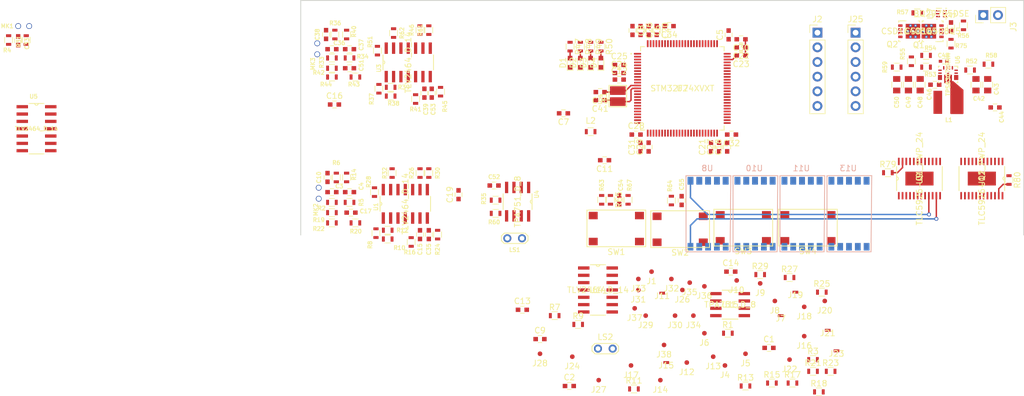
<source format=kicad_pcb>
(kicad_pcb (version 4) (host pcbnew 4.0.7)
  (layers (0 F.Cu signal) (1 In1.Cu power) (2 In2.Cu power) (31 B.Cu signal) (36 B.SilkS user) (37 F.SilkS user) (38 B.Mask user) (39 F.Mask user) (44 Edge.Cuts user))
  (net 0 "")
  (net 1 GND)
  (net 2 "Net-(C1-Pad2)")
  (net 3 "Net-(C3-Pad2)")
  (net 4 VDD)
  (net 5 VDDA)
  (net 6 "Net-(C9-Pad2)")
  (net 7 "Net-(C10-Pad2)")
  (net 8 "Net-(C21-Pad2)")
  (net 9 "Net-(C23-Pad2)")
  (net 10 "Net-(C33-Pad2)")
  (net 11 /OSC_IN)
  (net 12 /OSC_OUT)
  (net 13 "Net-(C42-Pad2)")
  (net 14 "Net-(C45-Pad2)")
  (net 15 "Net-(C46-Pad2)")
  (net 16 "Net-(C47-Pad2)")
  (net 17 "Net-(C52-Pad2)")
  (net 18 "Net-(C54-Pad2)")
  (net 19 "Net-(D1-Pad2)")
  (net 20 "Net-(D2-Pad2)")
  (net 21 "Net-(D3-Pad2)")
  (net 22 "Net-(D4-Pad2)")
  (net 23 /TCK)
  (net 24 /TMS)
  (net 25 /NRST)
  (net 26 /SWO)
  (net 27 /Batt+)
  (net 28 /In11)
  (net 29 /SCK)
  (net 30 /In12)
  (net 31 /MISO)
  (net 32 /In13)
  (net 33 /MOSI)
  (net 34 /Pop_Sup)
  (net 35 /SS4)
  (net 36 /BOOT0)
  (net 37 "Net-(L1-Pad1)")
  (net 38 "Net-(L1-Pad2)")
  (net 39 "Net-(LS1-Pad1)")
  (net 40 "Net-(LS1-Pad2)")
  (net 41 "Net-(Q1-Pad4)")
  (net 42 "Net-(Q1-Pad5)")
  (net 43 "Net-(Q2-Pad4)")
  (net 44 "Net-(R35-Pad2)")
  (net 45 /LED_R)
  (net 46 /LED_B)
  (net 47 /LED_Y)
  (net 48 /LED_G)
  (net 49 "Net-(R52-Pad2)")
  (net 50 "Net-(R53-Pad2)")
  (net 51 "Net-(R55-Pad2)")
  (net 52 "Net-(R57-Pad2)")
  (net 53 /UserBtn1)
  (net 54 /UserBtn3)
  (net 55 /UserBtn2)
  (net 56 /UserBtn4)
  (net 57 "Net-(R79-Pad2)")
  (net 58 "Net-(R80-Pad2)")
  (net 59 "Net-(U8-Pad5)")
  (net 60 "Net-(U8-Pad4)")
  (net 61 "Net-(U8-Pad2)")
  (net 62 "Net-(U8-Pad1)")
  (net 63 "Net-(U8-Pad6)")
  (net 64 "Net-(U8-Pad7)")
  (net 65 "Net-(U8-Pad9)")
  (net 66 "Net-(U8-Pad10)")
  (net 67 "Net-(U10-Pad5)")
  (net 68 "Net-(U10-Pad4)")
  (net 69 "Net-(U10-Pad2)")
  (net 70 "Net-(U10-Pad1)")
  (net 71 "Net-(U10-Pad6)")
  (net 72 "Net-(U10-Pad7)")
  (net 73 "Net-(U10-Pad9)")
  (net 74 "Net-(U10-Pad10)")
  (net 75 "Net-(U11-Pad5)")
  (net 76 "Net-(U11-Pad4)")
  (net 77 "Net-(U11-Pad2)")
  (net 78 "Net-(U11-Pad1)")
  (net 79 "Net-(U11-Pad6)")
  (net 80 "Net-(U11-Pad7)")
  (net 81 "Net-(U11-Pad9)")
  (net 82 "Net-(U11-Pad10)")
  (net 83 "Net-(U12-Pad13)")
  (net 84 "Net-(U12-Pad18)")
  (net 85 "Net-(U12-Pad17)")
  (net 86 "Net-(U12-Pad16)")
  (net 87 "Net-(U12-Pad19)")
  (net 88 "Net-(U12-Pad20)")
  (net 89 "Net-(U12-Pad15)")
  (net 90 "Net-(U12-Pad14)")
  (net 91 "Net-(U12-Pad2)")
  (net 92 /Batt-)
  (net 93 "Net-(Q1-Pad1)")
  (net 94 /u1a+)
  (net 95 /u2a+)
  (net 96 /u1b-)
  (net 97 /u1bo)
  (net 98 "Net-(C15-Pad2)")
  (net 99 /u2b-)
  (net 100 /u2bo)
  (net 101 "Net-(C36-Pad2)")
  (net 102 /u3a+)
  (net 103 "Net-(C38-Pad2)")
  (net 104 "Net-(C39-Pad2)")
  (net 105 /u3b-)
  (net 106 /u3bo)
  (net 107 /u1a-)
  (net 108 /u2a-)
  (net 109 /u1ao)
  (net 110 /u2ao)
  (net 111 /u1b+)
  (net 112 /u2b+)
  (net 113 /u1c-)
  (net 114 /u1c+)
  (net 115 /u2c-)
  (net 116 /u1co)
  (net 117 /u2c+)
  (net 118 /u1d-)
  (net 119 /u2co)
  (net 120 /u2d-)
  (net 121 /u3a-)
  (net 122 /u3ao)
  (net 123 /u3b+)
  (net 124 /u3c-)
  (net 125 /u3c+)
  (net 126 /u3co)
  (net 127 /u3d-)
  (net 128 "Net-(C2-Pad2)")
  (net 129 "Net-(C4-Pad2)")
  (net 130 /Com_165)
  (net 131 "Net-(C17-Pad2)")
  (net 132 "Net-(C37-Pad2)")
  (net 133 /DAC_O1)
  (net 134 /SS)
  (net 135 /DAC_O2)
  (net 136 "Net-(LS2-Pad1)")
  (net 137 "Net-(LS2-Pad2)")
  (net 138 /u4a-)
  (net 139 /u4b-)
  (net 140 /u4c-)
  (net 141 "Net-(R8-Pad2)")
  (net 142 "Net-(R19-Pad2)")
  (net 143 "Net-(R22-Pad1)")
  (net 144 "Net-(R42-Pad2)")
  (net 145 "Net-(R44-Pad2)")
  (net 146 /Driver_oE)
  (net 147 /Driver_inE)
  (module custom:STM32F74XVXT (layer F.Cu) (at 184.15 115.57)
    (fp_text reference U2 (at 0 0) (layer F.SilkS))
    (fp_text value STM32F74XVXT (at 0 0) (layer F.SilkS))
    (pad 1 smd rect (at -7.75 -6.000001) (size 1.2 0.3) (layers F.Cu F.Mask) (net 53 /UserBtn1))
    (pad 2 smd rect (at -7.75 -5.499999) (size 1.2 0.3) (layers F.Cu F.Mask) (net 55 /UserBtn2))
    (pad 3 smd rect (at -7.75 -5) (size 1.2 0.3) (layers F.Cu F.Mask) (net 54 /UserBtn3))
    (pad 4 smd rect (at -7.75 -4.500001) (size 1.2 0.3) (layers F.Cu F.Mask) (net 56 /UserBtn4))
    (pad 5 smd rect (at -7.75 -4) (size 1.2 0.3) (layers F.Cu F.Mask))
    (pad 6 smd rect (at -7.75 -3.500001) (size 1.2 0.3) (layers F.Cu F.Mask) (net 4 VDD))
    (pad 7 smd rect (at -7.75 -2.999999) (size 1.2 0.3) (layers F.Cu F.Mask))
    (pad 8 smd rect (at -7.75 -2.5) (size 1.2 0.3) (layers F.Cu F.Mask))
    (pad 9 smd rect (at -7.75 -2.000001) (size 1.2 0.3) (layers F.Cu F.Mask))
    (pad 10 smd rect (at -7.75 -1.5) (size 1.2 0.3) (layers F.Cu F.Mask) (net 1 GND))
    (pad 11 smd rect (at -7.75 -1.000001) (size 1.2 0.3) (layers F.Cu F.Mask) (net 4 VDD))
    (pad 12 smd rect (at -7.75 -0.500002) (size 1.2 0.3) (layers F.Cu F.Mask) (net 11 /OSC_IN))
    (pad 13 smd rect (at -7.75 0) (size 1.2 0.3) (layers F.Cu F.Mask) (net 12 /OSC_OUT))
    (pad 14 smd rect (at -7.75 0.499999) (size 1.2 0.3) (layers F.Cu F.Mask) (net 25 /NRST))
    (pad 15 smd rect (at -7.75 1.000001) (size 1.2 0.3) (layers F.Cu F.Mask))
    (pad 16 smd rect (at -7.75 1.5) (size 1.2 0.3) (layers F.Cu F.Mask) (net 28 /In11))
    (pad 17 smd rect (at -7.75 1.999999) (size 1.2 0.3) (layers F.Cu F.Mask) (net 30 /In12))
    (pad 18 smd rect (at -7.75 2.5) (size 1.2 0.3) (layers F.Cu F.Mask) (net 32 /In13))
    (pad 19 smd rect (at -7.75 2.999999) (size 1.2 0.3) (layers F.Cu F.Mask) (net 1 GND))
    (pad 20 smd rect (at -7.75 3.500001) (size 1.2 0.3) (layers F.Cu F.Mask) (net 5 VDDA))
    (pad 21 smd rect (at -7.75 4) (size 1.2 0.3) (layers F.Cu F.Mask) (net 5 VDDA))
    (pad 22 smd rect (at -7.75 4.499999) (size 1.2 0.3) (layers F.Cu F.Mask))
    (pad 23 smd rect (at -7.75 5) (size 1.2 0.3) (layers F.Cu F.Mask))
    (pad 24 smd rect (at -7.75 5.499999) (size 1.2 0.3) (layers F.Cu F.Mask))
    (pad 25 smd rect (at -7.75 6.000001) (size 1.2 0.3) (layers F.Cu F.Mask) (net 34 /Pop_Sup))
    (pad 26 smd rect (at -6.000001 7.75 90) (size 1.2 0.3) (layers F.Cu F.Mask) (net 1 GND))
    (pad 27 smd rect (at -5.499999 7.75 90) (size 1.2 0.3) (layers F.Cu F.Mask) (net 4 VDD))
    (pad 28 smd rect (at -5 7.75 90) (size 1.2 0.3) (layers F.Cu F.Mask) (net 133 /DAC_O1))
    (pad 29 smd rect (at -4.500001 7.75 90) (size 1.2 0.3) (layers F.Cu F.Mask) (net 135 /DAC_O2))
    (pad 30 smd rect (at -4 7.75 90) (size 1.2 0.3) (layers F.Cu F.Mask))
    (pad 31 smd rect (at -3.500001 7.75 90) (size 1.2 0.3) (layers F.Cu F.Mask) (net 45 /LED_R))
    (pad 32 smd rect (at -2.999999 7.75 90) (size 1.2 0.3) (layers F.Cu F.Mask) (net 46 /LED_B))
    (pad 33 smd rect (at -2.5 7.75 90) (size 1.2 0.3) (layers F.Cu F.Mask) (net 47 /LED_Y))
    (pad 34 smd rect (at -2.000001 7.75 90) (size 1.2 0.3) (layers F.Cu F.Mask) (net 48 /LED_G))
    (pad 35 smd rect (at -1.5 7.75 90) (size 1.2 0.3) (layers F.Cu F.Mask) (net 35 /SS4))
    (pad 36 smd rect (at -1.000001 7.75 90) (size 1.2 0.3) (layers F.Cu F.Mask) (net 33 /MOSI))
    (pad 37 smd rect (at -0.499999 7.75 90) (size 1.2 0.3) (layers F.Cu F.Mask))
    (pad 38 smd rect (at 0 7.75 90) (size 1.2 0.3) (layers F.Cu F.Mask))
    (pad 39 smd rect (at 0.499999 7.75 90) (size 1.2 0.3) (layers F.Cu F.Mask))
    (pad 40 smd rect (at 1.000001 7.75 90) (size 1.2 0.3) (layers F.Cu F.Mask))
    (pad 41 smd rect (at 1.5 7.75 90) (size 1.2 0.3) (layers F.Cu F.Mask))
    (pad 42 smd rect (at 2.000001 7.75 90) (size 1.2 0.3) (layers F.Cu F.Mask))
    (pad 43 smd rect (at 2.5 7.75 90) (size 1.2 0.3) (layers F.Cu F.Mask))
    (pad 44 smd rect (at 2.999999 7.75 90) (size 1.2 0.3) (layers F.Cu F.Mask))
    (pad 45 smd rect (at 3.500001 7.75 90) (size 1.2 0.3) (layers F.Cu F.Mask))
    (pad 46 smd rect (at 4 7.75 90) (size 1.2 0.3) (layers F.Cu F.Mask))
    (pad 47 smd rect (at 4.500001 7.75 90) (size 1.2 0.3) (layers F.Cu F.Mask))
    (pad 48 smd rect (at 5 7.75 90) (size 1.2 0.3) (layers F.Cu F.Mask) (net 8 "Net-(C21-Pad2)"))
    (pad 49 smd rect (at 5.499999 7.75 90) (size 1.2 0.3) (layers F.Cu F.Mask) (net 1 GND))
    (pad 50 smd rect (at 6.000001 7.75 90) (size 1.2 0.3) (layers F.Cu F.Mask) (net 4 VDD))
    (pad 51 smd rect (at 7.75 6.000001) (size 1.2 0.3) (layers F.Cu F.Mask) (net 146 /Driver_oE))
    (pad 52 smd rect (at 7.75 5.499999) (size 1.2 0.3) (layers F.Cu F.Mask) (net 147 /Driver_inE))
    (pad 53 smd rect (at 7.75 5) (size 1.2 0.3) (layers F.Cu F.Mask))
    (pad 54 smd rect (at 7.75 4.500001) (size 1.2 0.3) (layers F.Cu F.Mask))
    (pad 55 smd rect (at 7.75 4) (size 1.2 0.3) (layers F.Cu F.Mask))
    (pad 56 smd rect (at 7.75 3.500001) (size 1.2 0.3) (layers F.Cu F.Mask))
    (pad 57 smd rect (at 7.75 2.999999) (size 1.2 0.3) (layers F.Cu F.Mask))
    (pad 58 smd rect (at 7.75 2.5) (size 1.2 0.3) (layers F.Cu F.Mask))
    (pad 59 smd rect (at 7.75 2.000001) (size 1.2 0.3) (layers F.Cu F.Mask))
    (pad 60 smd rect (at 7.75 1.5) (size 1.2 0.3) (layers F.Cu F.Mask))
    (pad 61 smd rect (at 7.75 1.000001) (size 1.2 0.3) (layers F.Cu F.Mask))
    (pad 62 smd rect (at 7.75 0.499999) (size 1.2 0.3) (layers F.Cu F.Mask))
    (pad 63 smd rect (at 7.75 0) (size 1.2 0.3) (layers F.Cu F.Mask))
    (pad 64 smd rect (at 7.75 -0.499999) (size 1.2 0.3) (layers F.Cu F.Mask))
    (pad 65 smd rect (at 7.75 -1.000001) (size 1.2 0.3) (layers F.Cu F.Mask))
    (pad 66 smd rect (at 7.75 -1.5) (size 1.2 0.3) (layers F.Cu F.Mask))
    (pad 67 smd rect (at 7.75 -2.000001) (size 1.2 0.3) (layers F.Cu F.Mask))
    (pad 68 smd rect (at 7.75 -2.5) (size 1.2 0.3) (layers F.Cu F.Mask))
    (pad 69 smd rect (at 7.75 -2.999999) (size 1.2 0.3) (layers F.Cu F.Mask))
    (pad 70 smd rect (at 7.75 -3.500001) (size 1.2 0.3) (layers F.Cu F.Mask))
    (pad 71 smd rect (at 7.75 -4) (size 1.2 0.3) (layers F.Cu F.Mask))
    (pad 72 smd rect (at 7.75 -4.500001) (size 1.2 0.3) (layers F.Cu F.Mask) (net 24 /TMS))
    (pad 73 smd rect (at 7.75 -5) (size 1.2 0.3) (layers F.Cu F.Mask) (net 9 "Net-(C23-Pad2)"))
    (pad 74 smd rect (at 7.75 -5.499999) (size 1.2 0.3) (layers F.Cu F.Mask) (net 1 GND))
    (pad 75 smd rect (at 7.75 -6.000001) (size 1.2 0.3) (layers F.Cu F.Mask) (net 4 VDD))
    (pad 76 smd rect (at 6.000001 -7.75 90) (size 1.2 0.3) (layers F.Cu F.Mask) (net 23 /TCK))
    (pad 77 smd rect (at 5.499999 -7.75 90) (size 1.2 0.3) (layers F.Cu F.Mask) (net 134 /SS))
    (pad 78 smd rect (at 5 -7.75 90) (size 1.2 0.3) (layers F.Cu F.Mask) (net 29 /SCK))
    (pad 79 smd rect (at 4.500001 -7.75 90) (size 1.2 0.3) (layers F.Cu F.Mask) (net 31 /MISO))
    (pad 80 smd rect (at 4 -7.75 90) (size 1.2 0.3) (layers F.Cu F.Mask))
    (pad 81 smd rect (at 3.500001 -7.75 90) (size 1.2 0.3) (layers F.Cu F.Mask))
    (pad 82 smd rect (at 2.999999 -7.75 90) (size 1.2 0.3) (layers F.Cu F.Mask))
    (pad 83 smd rect (at 2.5 -7.75 90) (size 1.2 0.3) (layers F.Cu F.Mask))
    (pad 84 smd rect (at 2.000001 -7.75 90) (size 1.2 0.3) (layers F.Cu F.Mask))
    (pad 85 smd rect (at 1.5 -7.75 90) (size 1.2 0.3) (layers F.Cu F.Mask))
    (pad 86 smd rect (at 1.000001 -7.75 90) (size 1.2 0.3) (layers F.Cu F.Mask))
    (pad 87 smd rect (at 0.499999 -7.75 90) (size 1.2 0.3) (layers F.Cu F.Mask))
    (pad 88 smd rect (at 0 -7.75 90) (size 1.2 0.3) (layers F.Cu F.Mask))
    (pad 89 smd rect (at -0.499999 -7.75 90) (size 1.2 0.3) (layers F.Cu F.Mask) (net 26 /SWO))
    (pad 90 smd rect (at -1.000001 -7.75 90) (size 1.2 0.3) (layers F.Cu F.Mask))
    (pad 91 smd rect (at -1.5 -7.75 90) (size 1.2 0.3) (layers F.Cu F.Mask))
    (pad 92 smd rect (at -2.000001 -7.75 90) (size 1.2 0.3) (layers F.Cu F.Mask))
    (pad 93 smd rect (at -2.5 -7.75 90) (size 1.2 0.3) (layers F.Cu F.Mask))
    (pad 94 smd rect (at -2.999999 -7.75 90) (size 1.2 0.3) (layers F.Cu F.Mask) (net 36 /BOOT0))
    (pad 95 smd rect (at -3.500001 -7.75 90) (size 1.2 0.3) (layers F.Cu F.Mask))
    (pad 96 smd rect (at -4 -7.75 90) (size 1.2 0.3) (layers F.Cu F.Mask))
    (pad 97 smd rect (at -4.500001 -7.75 90) (size 1.2 0.3) (layers F.Cu F.Mask))
    (pad 98 smd rect (at -5 -7.75 90) (size 1.2 0.3) (layers F.Cu F.Mask))
    (pad 99 smd rect (at -5.499999 -7.75 90) (size 1.2 0.3) (layers F.Cu F.Mask) (net 1 GND))
    (pad 100 smd rect (at -6.000001 -7.75 90) (size 1.2 0.3) (layers F.Cu F.Mask) (net 4 VDD))
  )
  (module Capacitors_SMD:C_0603 (layer F.Cu) (at 192.151 106.299 90)
    (fp_text reference C5 (at 0 -1.5 90) (layer F.SilkS))
    (fp_text value 1uF)
    (pad 2 smd rect (at 0.75 0 90) (size 0.8 0.75) (layers F.Cu F.Mask) (net 1 GND))
    (pad 1 smd rect (at -0.75 0 90) (size 0.8 0.75) (layers F.Cu F.Mask) (net 4 VDD))
  )
  (module Capacitors_SMD:C_0603 (layer F.Cu) (at 178.308 105.537 270)
    (fp_text reference C6 (at 0 -1.5 270) (layer F.SilkS))
    (fp_text value 100nF)
    (pad 2 smd rect (at 0.75 0 270) (size 0.8 0.75) (layers F.Cu F.Mask) (net 4 VDD))
    (pad 1 smd rect (at -0.75 0 270) (size 0.8 0.75) (layers F.Cu F.Mask) (net 1 GND))
  )
  (module Capacitors_SMD:C_0603 (layer F.Cu) (at 163.576 119.888 180)
    (fp_text reference C7 (at 0 -1.5 180) (layer F.SilkS))
    (fp_text value 100nF)
    (pad 2 smd rect (at 0.75 0 180) (size 0.8 0.75) (layers F.Cu F.Mask) (net 5 VDDA))
    (pad 1 smd rect (at -0.75 0 180) (size 0.8 0.75) (layers F.Cu F.Mask) (net 1 GND))
  )
  (module Capacitors_SMD:C_0603 (layer F.Cu) (at 175.514 105.537 270)
    (fp_text reference C8 (at 0 -1.5 270) (layer F.SilkS))
    (fp_text value 100nF)
    (pad 2 smd rect (at 0.75 0 270) (size 0.8 0.75) (layers F.Cu F.Mask) (net 4 VDD))
    (pad 1 smd rect (at -0.75 0 270) (size 0.8 0.75) (layers F.Cu F.Mask) (net 1 GND))
  )
  (module Capacitors_SMD:C_0603 (layer F.Cu) (at 170.688 128.016 180)
    (fp_text reference C11 (at 0 -1.5 180) (layer F.SilkS))
    (fp_text value 1uF)
    (pad 2 smd rect (at 0.75 0 180) (size 0.8 0.75) (layers F.Cu F.Mask) (net 5 VDDA))
    (pad 1 smd rect (at -0.75 0 180) (size 0.8 0.75) (layers F.Cu F.Mask) (net 1 GND))
  )
  (module Capacitors_SMD:C_0603 (layer F.Cu) (at 173.228 114.046)
    (fp_text reference C12 (at 0 -1.5) (layer F.SilkS))
    (fp_text value 100nF)
    (pad 2 smd rect (at 0.75 0) (size 0.8 0.75) (layers F.Cu F.Mask) (net 4 VDD))
    (pad 1 smd rect (at -0.75 0) (size 0.8 0.75) (layers F.Cu F.Mask) (net 1 GND))
  )
  (module Capacitors_SMD:C_0603 (layer F.Cu) (at 123.952 118.364)
    (fp_text reference C16 (at 0 -1.5) (layer F.SilkS))
    (fp_text value 10uF)
    (pad 2 smd rect (at 0.75 0) (size 0.8 0.75) (layers F.Cu F.Mask) (net 5 VDDA))
    (pad 1 smd rect (at -0.75 0) (size 0.8 0.75) (layers F.Cu F.Mask) (net 1 GND))
  )
  (module Capacitors_SMD:C_0603 (layer F.Cu) (at 191.897 125.73 90)
    (fp_text reference C18 (at 0 -1.5 90) (layer F.SilkS))
    (fp_text value 100nF)
    (pad 2 smd rect (at 0.75 0 90) (size 0.8 0.75) (layers F.Cu F.Mask) (net 4 VDD))
    (pad 1 smd rect (at -0.75 0 90) (size 0.8 0.75) (layers F.Cu F.Mask) (net 1 GND))
  )
  (module Capacitors_SMD:C_0603 (layer F.Cu) (at 145.415 133.985 90)
    (fp_text reference C19 (at 0 -1.5 90) (layer F.SilkS))
    (fp_text value 10uF)
    (pad 2 smd rect (at 0.75 0 90) (size 0.8 0.75) (layers F.Cu F.Mask) (net 5 VDDA))
    (pad 1 smd rect (at -0.75 0 90) (size 0.8 0.75) (layers F.Cu F.Mask) (net 1 GND))
  )
  (module Capacitors_SMD:C_0603 (layer F.Cu) (at 179.705 105.537 270)
    (fp_text reference C20 (at 0 -1.5 270) (layer F.SilkS))
    (fp_text value 100nF)
    (pad 2 smd rect (at 0.75 0 270) (size 0.8 0.75) (layers F.Cu F.Mask) (net 4 VDD))
    (pad 1 smd rect (at -0.75 0 270) (size 0.8 0.75) (layers F.Cu F.Mask) (net 1 GND))
  )
  (module Capacitors_SMD:C_0603 (layer F.Cu) (at 189.103 125.73 90)
    (fp_text reference C21 (at 0 -1.5 90) (layer F.SilkS))
    (fp_text value 2.2uF)
    (pad 2 smd rect (at 0.75 0 90) (size 0.8 0.75) (layers F.Cu F.Mask) (net 8 "Net-(C21-Pad2)"))
    (pad 1 smd rect (at -0.75 0 90) (size 0.8 0.75) (layers F.Cu F.Mask) (net 1 GND))
  )
  (module Capacitors_SMD:C_0603 (layer F.Cu) (at 194.31 108.458 180)
    (fp_text reference C22 (at 0 -1.5 180) (layer F.SilkS))
    (fp_text value 100nF)
    (pad 2 smd rect (at 0.75 0 180) (size 0.8 0.75) (layers F.Cu F.Mask) (net 4 VDD))
    (pad 1 smd rect (at -0.75 0 180) (size 0.8 0.75) (layers F.Cu F.Mask) (net 1 GND))
  )
  (module Capacitors_SMD:C_0603 (layer F.Cu) (at 194.31 109.855 180)
    (fp_text reference C23 (at 0 -1.5 180) (layer F.SilkS))
    (fp_text value 2.2uF)
    (pad 2 smd rect (at 0.75 0 180) (size 0.8 0.75) (layers F.Cu F.Mask) (net 9 "Net-(C23-Pad2)"))
    (pad 1 smd rect (at -0.75 0 180) (size 0.8 0.75) (layers F.Cu F.Mask) (net 1 GND))
  )
  (module Capacitors_SMD:C_0603 (layer F.Cu) (at 173.228 112.903)
    (fp_text reference C24 (at 0 -1.5) (layer F.SilkS))
    (fp_text value 100nF)
    (pad 2 smd rect (at 0.75 0) (size 0.8 0.75) (layers F.Cu F.Mask) (net 4 VDD))
    (pad 1 smd rect (at -0.75 0) (size 0.8 0.75) (layers F.Cu F.Mask) (net 1 GND))
  )
  (module Capacitors_SMD:C_0603 (layer F.Cu) (at 173.228 111.506)
    (fp_text reference C25 (at 0 -1.5) (layer F.SilkS))
    (fp_text value 100nF)
    (pad 2 smd rect (at 0.75 0) (size 0.8 0.75) (layers F.Cu F.Mask) (net 4 VDD))
    (pad 1 smd rect (at -0.75 0) (size 0.8 0.75) (layers F.Cu F.Mask) (net 1 GND))
  )
  (module Capacitors_SMD:C_0603 (layer F.Cu) (at 176.911 105.537 270)
    (fp_text reference C26 (at 0 -1.5 270) (layer F.SilkS))
    (fp_text value 100nF)
    (pad 2 smd rect (at 0.75 0 270) (size 0.8 0.75) (layers F.Cu F.Mask) (net 4 VDD))
    (pad 1 smd rect (at -0.75 0 270) (size 0.8 0.75) (layers F.Cu F.Mask) (net 1 GND))
  )
  (module Capacitors_SMD:C_0603 (layer F.Cu) (at 190.5 125.73 90)
    (fp_text reference C27 (at 0 -1.5 90) (layer F.SilkS))
    (fp_text value 100nF)
    (pad 2 smd rect (at 0.75 0 90) (size 0.8 0.75) (layers F.Cu F.Mask) (net 4 VDD))
    (pad 1 smd rect (at -0.75 0 90) (size 0.8 0.75) (layers F.Cu F.Mask) (net 1 GND))
  )
  (module Capacitors_SMD:C_0603 (layer F.Cu) (at 176.149 123.571)
    (fp_text reference C28 (at 0 -1.5) (layer F.SilkS))
    (fp_text value 100nF)
    (pad 2 smd rect (at 0.75 0) (size 0.8 0.75) (layers F.Cu F.Mask) (net 4 VDD))
    (pad 1 smd rect (at -0.75 0) (size 0.8 0.75) (layers F.Cu F.Mask) (net 1 GND))
  )
  (module Capacitors_SMD:C_0603 (layer F.Cu) (at 178.308 125.73 90)
    (fp_text reference C29 (at 0 -1.5 90) (layer F.SilkS))
    (fp_text value 100nF)
    (pad 2 smd rect (at 0.75 0 90) (size 0.8 0.75) (layers F.Cu F.Mask) (net 4 VDD))
    (pad 1 smd rect (at -0.75 0 90) (size 0.8 0.75) (layers F.Cu F.Mask) (net 1 GND))
  )
  (module Capacitors_SMD:C_0603 (layer F.Cu) (at 194.31 107.061 180)
    (fp_text reference C30 (at 0 -1.5 180) (layer F.SilkS))
    (fp_text value 100nF)
    (pad 2 smd rect (at 0.75 0 180) (size 0.8 0.75) (layers F.Cu F.Mask) (net 4 VDD))
    (pad 1 smd rect (at -0.75 0 180) (size 0.8 0.75) (layers F.Cu F.Mask) (net 1 GND))
  )
  (module Capacitors_SMD:C_0603 (layer F.Cu) (at 176.911 125.73 90)
    (fp_text reference C31 (at 0 -1.5 90) (layer F.SilkS))
    (fp_text value 100nF)
    (pad 2 smd rect (at 0.75 0 90) (size 0.8 0.75) (layers F.Cu F.Mask) (net 4 VDD))
    (pad 1 smd rect (at -0.75 0 90) (size 0.8 0.75) (layers F.Cu F.Mask) (net 1 GND))
  )
  (module Capacitors_SMD:C_0603 (layer F.Cu) (at 192.659 123.571 180)
    (fp_text reference C32 (at 0 -1.5 180) (layer F.SilkS))
    (fp_text value 100nF)
    (pad 2 smd rect (at 0.75 0 180) (size 0.8 0.75) (layers F.Cu F.Mask) (net 4 VDD))
    (pad 1 smd rect (at -0.75 0 180) (size 0.8 0.75) (layers F.Cu F.Mask) (net 1 GND))
  )
  (module Capacitors_SMD:C_0603 (layer F.Cu) (at 181.864 104.775 180)
    (fp_text reference C34 (at 0 -1.5 180) (layer F.SilkS))
    (fp_text value 4.7uF)
    (pad 2 smd rect (at 0.75 0 180) (size 0.8 0.75) (layers F.Cu F.Mask) (net 4 VDD))
    (pad 1 smd rect (at -0.75 0 180) (size 0.8 0.75) (layers F.Cu F.Mask) (net 1 GND))
  )
  (module Capacitors_SMD:C_0603 (layer F.Cu) (at 123.5075 108.7755)
    (fp_text reference C36 (at 1.27 -1.0795) (layer F.SilkS) (effects (font (size 0.7 0.7))))
    (fp_text value 1uF)
    (pad 2 smd rect (at 0.75 0) (size 0.8 0.75) (layers F.Cu F.Mask) (net 101 "Net-(C36-Pad2)"))
    (pad 1 smd rect (at -0.75 0) (size 0.8 0.75) (layers F.Cu F.Mask) (net 1 GND))
  )
  (module Capacitors_SMD:C_0603 (layer F.Cu) (at 169.926 116.205 180)
    (fp_text reference C40 (at 0 -1.5 180) (layer F.SilkS))
    (fp_text value 4.3pF)
    (pad 2 smd rect (at 0.75 0 180) (size 0.8 0.75) (layers F.Cu F.Mask) (net 1 GND))
    (pad 1 smd rect (at -0.75 0 180) (size 0.8 0.75) (layers F.Cu F.Mask) (net 11 /OSC_IN))
  )
  (module Capacitors_SMD:C_0603 (layer F.Cu) (at 169.926 117.602 180)
    (fp_text reference C41 (at 0 -1.5 180) (layer F.SilkS))
    (fp_text value 4.3pF)
    (pad 2 smd rect (at 0.75 0 180) (size 0.8 0.75) (layers F.Cu F.Mask) (net 1 GND))
    (pad 1 smd rect (at -0.75 0 180) (size 0.8 0.75) (layers F.Cu F.Mask) (net 12 /OSC_OUT))
  )
  (module Capacitors_SMD:C_0805 (layer F.Cu) (at 234.95 114.935 90)
    (fp_text reference C42 (at -2.413 0.508 180) (layer F.SilkS) (effects (font (size 0.7 0.7))))
    (fp_text value 10uF)
    (pad 1 smd rect (at -1 0 90) (size 1 1.25) (layers F.Cu F.Mask) (net 1 GND))
    (pad 2 smd rect (at 1 0 90) (size 1 1.25) (layers F.Cu F.Mask) (net 13 "Net-(C42-Pad2)"))
  )
  (module Capacitors_SMD:C_0805 (layer F.Cu) (at 236.982 114.935 90)
    (fp_text reference C43 (at -0.762 1.524 90) (layer F.SilkS) (effects (font (size 0.7 0.7))))
    (fp_text value 10uF)
    (pad 1 smd rect (at -1 0 90) (size 1 1.25) (layers F.Cu F.Mask) (net 1 GND))
    (pad 2 smd rect (at 1 0 90) (size 1 1.25) (layers F.Cu F.Mask) (net 13 "Net-(C42-Pad2)"))
  )
  (module Capacitors_SMD:C_0603 (layer F.Cu) (at 238.252 118.872 180)
    (fp_text reference C44 (at -1.143 -1.651 270) (layer F.SilkS) (effects (font (size 0.7 0.7))))
    (fp_text value 10uF)
    (pad 2 smd rect (at 0.75 0 180) (size 0.8 0.75) (layers F.Cu F.Mask) (net 13 "Net-(C42-Pad2)"))
    (pad 1 smd rect (at -0.75 0 180) (size 0.8 0.75) (layers F.Cu F.Mask) (net 1 GND))
  )
  (module Capacitors_SMD:C_0402 (layer F.Cu) (at 229.362 110.871)
    (fp_text reference C45 (at 0 -1.016) (layer F.SilkS) (effects (font (size 0.7 0.7))))
    (fp_text value 100nF)
    (pad 1 smd rect (at -0.55 0) (size 0.6 0.5) (layers F.Cu F.Mask) (net 1 GND))
    (pad 2 smd rect (at 0.55 0) (size 0.6 0.5) (layers F.Cu F.Mask) (net 14 "Net-(C45-Pad2)"))
  )
  (module Capacitors_SMD:C_0603 (layer F.Cu) (at 227.838 114.935)
    (fp_text reference C46 (at -0.9525 1.651 90) (layer F.SilkS) (effects (font (size 0.7 0.7))))
    (fp_text value 10uF)
    (pad 2 smd rect (at 0.75 0) (size 0.8 0.75) (layers F.Cu F.Mask) (net 15 "Net-(C46-Pad2)"))
    (pad 1 smd rect (at -0.75 0) (size 0.8 0.75) (layers F.Cu F.Mask) (net 1 GND))
  )
  (module Capacitors_SMD:C_0603 (layer F.Cu) (at 230.632 104.902 90)
    (fp_text reference C47 (at 1.905 -0.127 180) (layer F.SilkS) (effects (font (size 0.7 0.7))))
    (fp_text value 100nF)
    (pad 2 smd rect (at 0.75 0 90) (size 0.8 0.75) (layers F.Cu F.Mask) (net 16 "Net-(C47-Pad2)"))
    (pad 1 smd rect (at -0.75 0 90) (size 0.8 0.75) (layers F.Cu F.Mask) (net 92 /Batt-))
  )
  (module Capacitors_SMD:C_0805 (layer F.Cu) (at 225.298 114.935 90)
    (fp_text reference C48 (at -3.048 0 270) (layer F.SilkS) (effects (font (size 0.7 0.7))))
    (fp_text value 22uF)
    (pad 1 smd rect (at -1 0 90) (size 1 1.25) (layers F.Cu F.Mask) (net 1 GND))
    (pad 2 smd rect (at 1 0 90) (size 1 1.25) (layers F.Cu F.Mask) (net 15 "Net-(C46-Pad2)"))
  )
  (module Capacitors_SMD:C_0805 (layer F.Cu) (at 223.266 114.935 90)
    (fp_text reference C49 (at -3.048 0 270) (layer F.SilkS) (effects (font (size 0.7 0.7))))
    (fp_text value 22uF)
    (pad 1 smd rect (at -1 0 90) (size 1 1.25) (layers F.Cu F.Mask) (net 1 GND))
    (pad 2 smd rect (at 1 0 90) (size 1 1.25) (layers F.Cu F.Mask) (net 15 "Net-(C46-Pad2)"))
  )
  (module Capacitors_SMD:C_0805 (layer F.Cu) (at 221.234 114.935 90)
    (fp_text reference C50 (at -3.048 0 90) (layer F.SilkS) (effects (font (size 0.7 0.7))))
    (fp_text value 22uF)
    (pad 1 smd rect (at -1 0 90) (size 1 1.25) (layers F.Cu F.Mask) (net 1 GND))
    (pad 2 smd rect (at 1 0 90) (size 1 1.25) (layers F.Cu F.Mask) (net 15 "Net-(C46-Pad2)"))
  )
  (module Capacitors_SMD:C_0603 (layer F.Cu) (at 151.5745 132.3975)
    (fp_text reference C52 (at 0 -1.5) (layer F.SilkS) (effects (font (size 0.7 0.7))))
    (fp_text value 1uF)
    (pad 2 smd rect (at 0.75 0) (size 0.8 0.75) (layers F.Cu F.Mask) (net 17 "Net-(C52-Pad2)"))
    (pad 1 smd rect (at -0.75 0) (size 0.8 0.75) (layers F.Cu F.Mask) (net 1 GND))
  )
  (module Capacitors_SMD:C_0603 (layer F.Cu) (at 140.7795 116.3955 270)
    (fp_text reference C53 (at 2.794 -0.254 270) (layer F.SilkS) (effects (font (size 0.7 0.7))))
    (fp_text value "820 pF")
    (pad 2 smd rect (at 0.75 0 270) (size 0.8 0.75) (layers F.Cu F.Mask) (net 105 /u3b-))
    (pad 1 smd rect (at -0.75 0 270) (size 0.8 0.75) (layers F.Cu F.Mask) (net 106 /u3bo))
  )
  (module Capacitors_SMD:C_0603 (layer F.Cu) (at 173.228 134.874 270)
    (fp_text reference C54 (at -2.54 -0.254 270) (layer F.SilkS) (effects (font (size 0.7 0.7))))
    (fp_text value 1uF)
    (pad 2 smd rect (at 0.75 0 270) (size 0.8 0.75) (layers F.Cu F.Mask) (net 18 "Net-(C54-Pad2)"))
    (pad 1 smd rect (at -0.75 0 270) (size 0.8 0.75) (layers F.Cu F.Mask) (net 1 GND))
  )
  (module Capacitors_SMD:C_0603 (layer F.Cu) (at 184.023 135.001 270)
    (fp_text reference C55 (at -2.794 0 270) (layer F.SilkS) (effects (font (size 0.7 0.7))))
    (fp_text value 100nF)
    (pad 2 smd rect (at 0.75 0 270) (size 0.8 0.75) (layers F.Cu F.Mask) (net 5 VDDA))
    (pad 1 smd rect (at -0.75 0 270) (size 0.8 0.75) (layers F.Cu F.Mask) (net 1 GND))
  )
  (module LEDs:LED_0603 (layer F.Cu) (at 164.719 111.125 90)
    (fp_text reference D1 (at 0 -1.25 90) (layer F.SilkS))
    (fp_text value LED)
    (pad 2 smd rect (at 0.8 0 270) (size 0.8 0.8) (layers F.Cu F.Mask) (net 19 "Net-(D1-Pad2)"))
    (pad 1 smd rect (at -0.8 0 270) (size 0.8 0.8) (layers F.Cu F.Mask) (net 1 GND))
  )
  (module LEDs:LED_0603 (layer F.Cu) (at 166.497 111.125 90)
    (fp_text reference D2 (at 0 -1.25 90) (layer F.SilkS))
    (fp_text value LED)
    (pad 2 smd rect (at 0.8 0 270) (size 0.8 0.8) (layers F.Cu F.Mask) (net 20 "Net-(D2-Pad2)"))
    (pad 1 smd rect (at -0.8 0 270) (size 0.8 0.8) (layers F.Cu F.Mask) (net 1 GND))
  )
  (module LEDs:LED_0603 (layer F.Cu) (at 168.275 111.125 90)
    (fp_text reference D3 (at 0 -1.25 90) (layer F.SilkS))
    (fp_text value LED)
    (pad 2 smd rect (at 0.8 0 270) (size 0.8 0.8) (layers F.Cu F.Mask) (net 21 "Net-(D3-Pad2)"))
    (pad 1 smd rect (at -0.8 0 270) (size 0.8 0.8) (layers F.Cu F.Mask) (net 1 GND))
  )
  (module LEDs:LED_0603 (layer F.Cu) (at 170.053 111.125 90)
    (fp_text reference D4 (at 0 -1.25 90) (layer F.SilkS))
    (fp_text value LED)
    (pad 2 smd rect (at 0.8 0 270) (size 0.8 0.8) (layers F.Cu F.Mask) (net 22 "Net-(D4-Pad2)"))
    (pad 1 smd rect (at -0.8 0 270) (size 0.8 0.8) (layers F.Cu F.Mask) (net 1 GND))
  )
  (module Pin_Headers:Pin_Header_Straight_1x06_Pitch2.54mm (layer F.Cu) (at 207.518 105.918)
    (fp_text reference J2 (at 0 -2.33) (layer F.SilkS))
    (fp_text value Conn_01x06)
    (pad 1 thru_hole rect (at 0 0) (size 1.7 1.7) (drill 1) (layers *.Cu *.Mask) (net 4 VDD))
    (pad 2 thru_hole oval (at 0 2.54) (size 1.7 1.7) (drill 1) (layers *.Cu *.Mask) (net 23 /TCK))
    (pad 3 thru_hole oval (at 0 5.08) (size 1.7 1.7) (drill 1) (layers *.Cu *.Mask) (net 1 GND))
    (pad 4 thru_hole oval (at 0 7.62) (size 1.7 1.7) (drill 1) (layers *.Cu *.Mask) (net 24 /TMS))
    (pad 5 thru_hole oval (at 0 10.16) (size 1.7 1.7) (drill 1) (layers *.Cu *.Mask) (net 25 /NRST))
    (pad 6 thru_hole oval (at 0 12.7) (size 1.7 1.7) (drill 1) (layers *.Cu *.Mask) (net 26 /SWO))
  )
  (module Pin_Headers:Pin_Header_Straight_1x02_Pitch2.54mm (layer F.Cu) (at 236.22 102.87 90)
    (fp_text reference J3 (at -2.032 5.207 90) (layer F.SilkS))
    (fp_text value Conn_01x02)
    (pad 1 thru_hole rect (at 0 0 90) (size 1.7 1.7) (drill 1) (layers *.Cu *.Mask) (net 27 /Batt+))
    (pad 2 thru_hole oval (at 0 2.54 90) (size 1.7 1.7) (drill 1) (layers *.Cu *.Mask) (net 92 /Batt-))
  )
  (module Pin_Headers:Pin_Header_Straight_1x06_Pitch2.54mm (layer F.Cu) (at 214.122 105.918)
    (fp_text reference J25 (at 0 -2.33) (layer F.SilkS))
    (fp_text value Conn_01x06)
    (pad 1 thru_hole rect (at 0 0) (size 1.7 1.7) (drill 1) (layers *.Cu *.Mask) (net 29 /SCK))
    (pad 2 thru_hole oval (at 0 2.54) (size 1.7 1.7) (drill 1) (layers *.Cu *.Mask) (net 31 /MISO))
    (pad 3 thru_hole oval (at 0 5.08) (size 1.7 1.7) (drill 1) (layers *.Cu *.Mask) (net 33 /MOSI))
    (pad 4 thru_hole oval (at 0 7.62) (size 1.7 1.7) (drill 1) (layers *.Cu *.Mask) (net 35 /SS4))
    (pad 5 thru_hole oval (at 0 10.16) (size 1.7 1.7) (drill 1) (layers *.Cu *.Mask) (net 4 VDD))
    (pad 6 thru_hole oval (at 0 12.7) (size 1.7 1.7) (drill 1) (layers *.Cu *.Mask) (net 1 GND))
  )
  (module custom:L_cust01 (layer F.Cu) (at 229.87 117.983)
    (fp_text reference L1 (at 0.381 3.048) (layer F.SilkS) (effects (font (size 0.7 0.7))))
    (fp_text value 1.5uH)
    (pad 1 smd rect (at -1.524 0) (size 1.5 4) (layers F.Cu F.Mask) (net 37 "Net-(L1-Pad1)"))
    (pad 2 smd rect (at 2.032 0) (size 1.5 4) (layers F.Cu F.Mask) (net 38 "Net-(L1-Pad2)"))
  )
  (module Inductors_SMD:L_0603 (layer F.Cu) (at 168.275 123.063)
    (fp_text reference L2 (at 0 -1.9) (layer F.SilkS))
    (fp_text value Ferrite_Bead)
    (pad 1 smd rect (at -0.75 0) (size 0.5 0.9) (layers F.Cu F.Mask) (net 5 VDDA))
    (pad 2 smd rect (at 0.75 0) (size 0.5 0.9) (layers F.Cu F.Mask) (net 4 VDD))
  )
  (module Measurement_Points:Test_Point_2Pads (layer F.Cu) (at 156.4005 141.5415 180)
    (fp_text reference LS1 (at 1.27 -2 180) (layer F.SilkS) (effects (font (size 0.7 0.7))))
    (fp_text value Speaker)
    (pad 1 thru_hole circle (at 0 0 180) (size 1.4 1.4) (drill 0.8128) (layers *.Cu *.Mask) (net 39 "Net-(LS1-Pad1)"))
    (pad 2 thru_hole circle (at 2.54 0 180) (size 1.4 1.4) (drill 0.8128) (layers *.Cu *.Mask) (net 40 "Net-(LS1-Pad2)"))
  )
  (module custom:CMC2242PBL (layer F.Cu) (at 71.12 104.775 180)
    (fp_text reference MK1 (at 3.81 0 180) (layer F.SilkS) (effects (font (size 0.7 0.7))))
    (fp_text value Microphone)
    (pad 1 thru_hole circle (at 0 0 180) (size 1 1) (drill 0.762) (layers *.Cu *.Mask) (net 1 GND))
    (pad 2 thru_hole circle (at 1.9 0 180) (size 1 1) (drill 0.762) (layers *.Cu *.Mask) (net 128 "Net-(C2-Pad2)"))
  )
  (module custom:CMC2242PBL (layer F.Cu) (at 121.2215 132.7785 270)
    (fp_text reference MK2 (at 3.81 0.508 270) (layer F.SilkS) (effects (font (size 0.7 0.7))))
    (fp_text value Microphone)
    (pad 1 thru_hole circle (at 0 0 270) (size 1 1) (drill 0.762) (layers *.Cu *.Mask) (net 1 GND))
    (pad 2 thru_hole circle (at 1.9 0 270) (size 1 1) (drill 0.762) (layers *.Cu *.Mask) (net 129 "Net-(C4-Pad2)"))
  )
  (module custom:CMC2242PBL (layer F.Cu) (at 120.9675 107.7595 270)
    (fp_text reference MK3 (at 3.556 0.762 270) (layer F.SilkS) (effects (font (size 0.7 0.7))))
    (fp_text value Microphone)
    (pad 1 thru_hole circle (at 0 0 270) (size 1 1) (drill 0.762) (layers *.Cu *.Mask) (net 1 GND))
    (pad 2 thru_hole circle (at 1.9 0 270) (size 1 1) (drill 0.762) (layers *.Cu *.Mask) (net 132 "Net-(C37-Pad2)"))
  )
  (module custom:CSD16406Q3 (layer F.Cu) (at 227.457 105.664 180)
    (fp_text reference Q1 (at 2.413 -2.413 180) (layer F.SilkS))
    (fp_text value CSD16408Q5 (at 0 0 180) (layer F.SilkS))
    (pad 1 smd rect (at -1.525001 -0.975002 270) (size 0.439999 0.750001) (layers F.Cu F.Mask) (net 93 "Net-(Q1-Pad1)"))
    (pad 2 smd rect (at -1.525001 -0.325001 270) (size 0.439999 0.750001) (layers F.Cu F.Mask) (net 93 "Net-(Q1-Pad1)"))
    (pad 3 smd rect (at -1.525001 0.324998 270) (size 0.439999 0.750001) (layers F.Cu F.Mask) (net 93 "Net-(Q1-Pad1)"))
    (pad 4 smd rect (at -1.525001 0.974999 270) (size 0.439999 0.750001) (layers F.Cu F.Mask) (net 41 "Net-(Q1-Pad4)"))
    (pad 5 smd rect (at 1.525001 0.974999 270) (size 0.439999 0.750001) (layers F.Cu F.Mask) (net 42 "Net-(Q1-Pad5)"))
    (pad 6 smd rect (at 1.525001 0.325001 270) (size 0.439999 0.750001) (layers F.Cu F.Mask))
    (pad 7 smd rect (at 1.525001 -0.325001 270) (size 0.439999 0.750001) (layers F.Cu F.Mask))
    (pad 8 smd rect (at 1.525001 -0.974999 270) (size 0.439999 0.750001) (layers F.Cu F.Mask))
    (pad 9 smd rect (at 0.650001 0 180) (size 2.5 2.55) (layers F.Cu F.Mask))
    (pad V thru_hole circle (at 0.225999 -0.974999 180) (size 0.499999 0.499999) (drill 0.2032) (layers *.Cu *.Mask))
    (pad V thru_hole circle (at 1.101999 -0.974999 180) (size 0.499999 0.499999) (drill 0.2032) (layers *.Cu *.Mask))
    (pad V thru_hole circle (at 1.101999 0.974999 180) (size 0.499999 0.499999) (drill 0.2032) (layers *.Cu *.Mask))
    (pad V thru_hole circle (at 0.225999 0.974999 180) (size 0.499999 0.499999) (drill 0.2032) (layers *.Cu *.Mask))
    (pad V thru_hole circle (at 0.663999 0 180) (size 0.499999 0.499999) (drill 0.2032) (layers *.Cu *.Mask))
    (pad V thru_hole circle (at -0.212001 0 180) (size 0.499999 0.499999) (drill 0.2032) (layers *.Cu *.Mask))
    (pad V thru_hole circle (at 1.540002 0 180) (size 0.499999 0.499999) (drill 0.2032) (layers *.Cu *.Mask))
  )
  (module custom:CSD16406Q3 (layer F.Cu) (at 223.393 105.664)
    (fp_text reference Q2 (at -2.921 2.286) (layer F.SilkS))
    (fp_text value CSD16408Q5 (at 0 0) (layer F.SilkS))
    (pad 1 smd rect (at -1.525001 -0.975002 90) (size 0.439999 0.750001) (layers F.Cu F.Mask) (net 92 /Batt-))
    (pad 2 smd rect (at -1.525001 -0.325001 90) (size 0.439999 0.750001) (layers F.Cu F.Mask) (net 92 /Batt-))
    (pad 3 smd rect (at -1.525001 0.324998 90) (size 0.439999 0.750001) (layers F.Cu F.Mask) (net 92 /Batt-))
    (pad 4 smd rect (at -1.525001 0.974999 90) (size 0.439999 0.750001) (layers F.Cu F.Mask) (net 43 "Net-(Q2-Pad4)"))
    (pad 5 smd rect (at 1.525001 0.974999 90) (size 0.439999 0.750001) (layers F.Cu F.Mask) (net 42 "Net-(Q1-Pad5)"))
    (pad 6 smd rect (at 1.525001 0.325001 90) (size 0.439999 0.750001) (layers F.Cu F.Mask))
    (pad 7 smd rect (at 1.525001 -0.325001 90) (size 0.439999 0.750001) (layers F.Cu F.Mask))
    (pad 8 smd rect (at 1.525001 -0.974999 90) (size 0.439999 0.750001) (layers F.Cu F.Mask))
    (pad 9 smd rect (at 0.650001 0) (size 2.5 2.55) (layers F.Cu F.Mask))
    (pad V thru_hole circle (at 0.225999 -0.974999) (size 0.499999 0.499999) (drill 0.2032) (layers *.Cu *.Mask))
    (pad V thru_hole circle (at 1.101999 -0.974999) (size 0.499999 0.499999) (drill 0.2032) (layers *.Cu *.Mask))
    (pad V thru_hole circle (at 1.101999 0.974999) (size 0.499999 0.499999) (drill 0.2032) (layers *.Cu *.Mask))
    (pad V thru_hole circle (at 0.225999 0.974999) (size 0.499999 0.499999) (drill 0.2032) (layers *.Cu *.Mask))
    (pad V thru_hole circle (at 0.663999 0) (size 0.499999 0.499999) (drill 0.2032) (layers *.Cu *.Mask))
    (pad V thru_hole circle (at -0.212001 0) (size 0.499999 0.499999) (drill 0.2032) (layers *.Cu *.Mask))
    (pad V thru_hole circle (at 1.540002 0) (size 0.499999 0.499999) (drill 0.2032) (layers *.Cu *.Mask))
  )
  (module Resistors_SMD:R_0603 (layer F.Cu) (at 133.9215 130.2385 270)
    (fp_text reference R32 (at 0 1.27 270) (layer F.SilkS) (effects (font (size 0.7 0.7))))
    (fp_text value 0)
    (pad 1 smd rect (at -0.75 0 270) (size 0.5 0.9) (layers F.Cu F.Mask) (net 30 /In12))
    (pad 2 smd rect (at 0.75 0 270) (size 0.5 0.9) (layers F.Cu F.Mask) (net 120 /u2d-))
  )
  (module Resistors_SMD:R_0603 (layer F.Cu) (at 151.8285 134.9375)
    (fp_text reference R35 (at -2.032 -0.254 90) (layer F.SilkS) (effects (font (size 0.7 0.7))))
    (fp_text value 10K)
    (pad 1 smd rect (at -0.75 0) (size 0.5 0.9) (layers F.Cu F.Mask) (net 133 /DAC_O1))
    (pad 2 smd rect (at 0.75 0) (size 0.5 0.9) (layers F.Cu F.Mask) (net 44 "Net-(R35-Pad2)"))
  )
  (module Resistors_SMD:R_0603 (layer F.Cu) (at 164.719 108.331 270)
    (fp_text reference R47 (at 0 -1.45 270) (layer F.SilkS))
    (fp_text value R)
    (pad 1 smd rect (at -0.75 0 270) (size 0.5 0.9) (layers F.Cu F.Mask) (net 45 /LED_R))
    (pad 2 smd rect (at 0.75 0 270) (size 0.5 0.9) (layers F.Cu F.Mask) (net 19 "Net-(D1-Pad2)"))
  )
  (module Resistors_SMD:R_0603 (layer F.Cu) (at 166.497 108.331 270)
    (fp_text reference R48 (at 0 -1.45 270) (layer F.SilkS))
    (fp_text value R)
    (pad 1 smd rect (at -0.75 0 270) (size 0.5 0.9) (layers F.Cu F.Mask) (net 46 /LED_B))
    (pad 2 smd rect (at 0.75 0 270) (size 0.5 0.9) (layers F.Cu F.Mask) (net 20 "Net-(D2-Pad2)"))
  )
  (module Resistors_SMD:R_0603 (layer F.Cu) (at 168.275 108.331 270)
    (fp_text reference R49 (at 0 -1.45 270) (layer F.SilkS))
    (fp_text value R)
    (pad 1 smd rect (at -0.75 0 270) (size 0.5 0.9) (layers F.Cu F.Mask) (net 47 /LED_Y))
    (pad 2 smd rect (at 0.75 0 270) (size 0.5 0.9) (layers F.Cu F.Mask) (net 21 "Net-(D3-Pad2)"))
  )
  (module Resistors_SMD:R_0603 (layer F.Cu) (at 170.053 108.331 270)
    (fp_text reference R50 (at 0 -1.45 270) (layer F.SilkS))
    (fp_text value R)
    (pad 1 smd rect (at -0.75 0 270) (size 0.5 0.9) (layers F.Cu F.Mask) (net 48 /LED_G))
    (pad 2 smd rect (at 0.75 0 270) (size 0.5 0.9) (layers F.Cu F.Mask) (net 22 "Net-(D4-Pad2)"))
  )
  (module Resistors_SMD:R_0603 (layer F.Cu) (at 233.934 112.395 180)
    (fp_text reference R52 (at -0.254 1.524 180) (layer F.SilkS) (effects (font (size 0.7 0.7))))
    (fp_text value 10K)
    (pad 1 smd rect (at -0.75 0 180) (size 0.5 0.9) (layers F.Cu F.Mask) (net 13 "Net-(C42-Pad2)"))
    (pad 2 smd rect (at 0.75 0 180) (size 0.5 0.9) (layers F.Cu F.Mask) (net 49 "Net-(R52-Pad2)"))
  )
  (module Resistors_SMD:R_0603 (layer F.Cu) (at 226.314 111.887)
    (fp_text reference R53 (at 0.762 1.27) (layer F.SilkS) (effects (font (size 0.7 0.7))))
    (fp_text value 470K)
    (pad 1 smd rect (at -0.75 0) (size 0.5 0.9) (layers F.Cu F.Mask) (net 15 "Net-(C46-Pad2)"))
    (pad 2 smd rect (at 0.75 0) (size 0.5 0.9) (layers F.Cu F.Mask) (net 50 "Net-(R53-Pad2)"))
  )
  (module Resistors_SMD:R_0603 (layer F.Cu) (at 226.314 109.855 180)
    (fp_text reference R54 (at -0.762 1.27 360) (layer F.SilkS) (effects (font (size 0.7 0.7))))
    (fp_text value 150K)
    (pad 1 smd rect (at -0.75 0 180) (size 0.5 0.9) (layers F.Cu F.Mask) (net 50 "Net-(R53-Pad2)"))
    (pad 2 smd rect (at 0.75 0 180) (size 0.5 0.9) (layers F.Cu F.Mask) (net 1 GND))
  )
  (module Resistors_SMD:R_0603 (layer F.Cu) (at 223.774 110.871 90)
    (fp_text reference R55 (at 1.27 -1.524 90) (layer F.SilkS) (effects (font (size 0.7 0.7))))
    (fp_text value 10K)
    (pad 1 smd rect (at -0.75 0 90) (size 0.5 0.9) (layers F.Cu F.Mask) (net 15 "Net-(C46-Pad2)"))
    (pad 2 smd rect (at 0.75 0 90) (size 0.5 0.9) (layers F.Cu F.Mask) (net 51 "Net-(R55-Pad2)"))
  )
  (module Resistors_SMD:R_0603 (layer F.Cu) (at 232.791 104.648 90)
    (fp_text reference R56 (at -1.778 0 180) (layer F.SilkS) (effects (font (size 0.7 0.7))))
    (fp_text value 330)
    (pad 1 smd rect (at -0.75 0 90) (size 0.5 0.9) (layers F.Cu F.Mask) (net 16 "Net-(C47-Pad2)"))
    (pad 2 smd rect (at 0.75 0 90) (size 0.5 0.9) (layers F.Cu F.Mask) (net 27 /Batt+))
  )
  (module Resistors_SMD:R_0603 (layer F.Cu) (at 224.79 102.489)
    (fp_text reference R57 (at -2.54 -0.127) (layer F.SilkS) (effects (font (size 0.7 0.7))))
    (fp_text value 2.2K)
    (pad 1 smd rect (at -0.75 0) (size 0.5 0.9) (layers F.Cu F.Mask) (net 1 GND))
    (pad 2 smd rect (at 0.75 0) (size 0.5 0.9) (layers F.Cu F.Mask) (net 52 "Net-(R57-Pad2)"))
  )
  (module Resistors_SMD:R_0603 (layer F.Cu) (at 237.109 111.379)
    (fp_text reference R58 (at 0.508 -1.524) (layer F.SilkS) (effects (font (size 0.7 0.7))))
    (fp_text value 0)
    (pad 1 smd rect (at -0.75 0) (size 0.5 0.9) (layers F.Cu F.Mask) (net 13 "Net-(C42-Pad2)"))
    (pad 2 smd rect (at 0.75 0) (size 0.5 0.9) (layers F.Cu F.Mask) (net 27 /Batt+))
  )
  (module Resistors_SMD:R_0603 (layer F.Cu) (at 221.234 111.887)
    (fp_text reference R59 (at -2.032 0 90) (layer F.SilkS) (effects (font (size 0.7 0.7))))
    (fp_text value 0)
    (pad 1 smd rect (at -0.75 0) (size 0.5 0.9) (layers F.Cu F.Mask) (net 4 VDD))
    (pad 2 smd rect (at 0.75 0) (size 0.5 0.9) (layers F.Cu F.Mask) (net 15 "Net-(C46-Pad2)"))
  )
  (module Resistors_SMD:R_0603 (layer F.Cu) (at 151.8285 137.2235)
    (fp_text reference R60 (at -0.254 1.524) (layer F.SilkS) (effects (font (size 0.7 0.7))))
    (fp_text value 10K)
    (pad 1 smd rect (at -0.75 0) (size 0.5 0.9) (layers F.Cu F.Mask) (net 44 "Net-(R35-Pad2)"))
    (pad 2 smd rect (at 0.75 0) (size 0.5 0.9) (layers F.Cu F.Mask) (net 40 "Net-(LS1-Pad2)"))
  )
  (module Resistors_SMD:R_0603 (layer F.Cu) (at 140.2715 105.4735 90)
    (fp_text reference R61 (at 0 -1.45 90) (layer F.SilkS) (effects (font (size 0.7 0.7))))
    (fp_text value 10K)
    (pad 1 smd rect (at -0.75 0 90) (size 0.5 0.9) (layers F.Cu F.Mask) (net 126 /u3co))
    (pad 2 smd rect (at 0.75 0 90) (size 0.5 0.9) (layers F.Cu F.Mask) (net 124 /u3c-))
  )
  (module Resistors_SMD:R_0603 (layer F.Cu) (at 134.1755 105.9815 270)
    (fp_text reference R62 (at 0 -1.45 270) (layer F.SilkS) (effects (font (size 0.7 0.7))))
    (fp_text value 0)
    (pad 1 smd rect (at -0.75 0 270) (size 0.5 0.9) (layers F.Cu F.Mask) (net 32 /In13))
    (pad 2 smd rect (at 0.75 0 270) (size 0.5 0.9) (layers F.Cu F.Mask) (net 127 /u3d-))
  )
  (module Resistors_SMD:R_0603 (layer F.Cu) (at 170.18 134.874 90)
    (fp_text reference R63 (at 2.54 0 90) (layer F.SilkS) (effects (font (size 0.7 0.7))))
    (fp_text value 330)
    (pad 1 smd rect (at -0.75 0 90) (size 0.5 0.9) (layers F.Cu F.Mask) (net 18 "Net-(C54-Pad2)"))
    (pad 2 smd rect (at 0.75 0 90) (size 0.5 0.9) (layers F.Cu F.Mask) (net 53 /UserBtn1))
  )
  (module Resistors_SMD:R_0603 (layer F.Cu) (at 182.245 135.001 90)
    (fp_text reference R64 (at 2.54 -0.254 90) (layer F.SilkS) (effects (font (size 0.7 0.7))))
    (fp_text value 10K)
    (pad 1 smd rect (at -0.75 0 90) (size 0.5 0.9) (layers F.Cu F.Mask) (net 144 "Net-(R42-Pad2)"))
    (pad 2 smd rect (at 0.75 0 90) (size 0.5 0.9) (layers F.Cu F.Mask) (net 1 GND))
  )
  (module Resistors_SMD:R_0603 (layer F.Cu) (at 171.704 134.874 270)
    (fp_text reference R65 (at 0 -1.45 270) (layer F.SilkS))
    (fp_text value 10K)
    (pad 1 smd rect (at -0.75 0 270) (size 0.5 0.9) (layers F.Cu F.Mask) (net 145 "Net-(R44-Pad2)"))
    (pad 2 smd rect (at 0.75 0 270) (size 0.5 0.9) (layers F.Cu F.Mask) (net 1 GND))
  )
  (module Resistors_SMD:R_0603 (layer F.Cu) (at 174.752 134.874 270)
    (fp_text reference R67 (at -2.54 -0.254 270) (layer F.SilkS) (effects (font (size 0.7 0.7))))
    (fp_text value 10K)
    (pad 1 smd rect (at -0.75 0 270) (size 0.5 0.9) (layers F.Cu F.Mask) (net 18 "Net-(C54-Pad2)"))
    (pad 2 smd rect (at 0.75 0 270) (size 0.5 0.9) (layers F.Cu F.Mask) (net 143 "Net-(R22-Pad1)"))
  )
  (module Resistors_SMD:R_0603 (layer F.Cu) (at 219.71 130.175)
    (fp_text reference R79 (at 0 -1.45) (layer F.SilkS))
    (fp_text value 750)
    (pad 1 smd rect (at -0.75 0) (size 0.5 0.9) (layers F.Cu F.Mask) (net 1 GND))
    (pad 2 smd rect (at 0.75 0) (size 0.5 0.9) (layers F.Cu F.Mask) (net 57 "Net-(R79-Pad2)"))
  )
  (module Resistors_SMD:R_0603 (layer F.Cu) (at 240.665 131.445 270)
    (fp_text reference R80 (at 0 -1.45 270) (layer F.SilkS))
    (fp_text value 750)
    (pad 1 smd rect (at -0.75 0 270) (size 0.5 0.9) (layers F.Cu F.Mask) (net 1 GND))
    (pad 2 smd rect (at 0.75 0 270) (size 0.5 0.9) (layers F.Cu F.Mask) (net 58 "Net-(R80-Pad2)"))
  )
  (module custom:ADTSM6 (layer F.Cu) (at 172.72 139.7)
    (fp_text reference SW1 (at 0 4.2) (layer F.SilkS))
    (fp_text value SW_Push_Dual)
    (pad 1 smd rect (at -4 -2.1) (size 1.55 1.3) (layers F.Cu F.Mask) (net 143 "Net-(R22-Pad1)"))
    (pad 2 smd rect (at 4 -2.1) (size 1.55 1.3) (layers F.Cu F.Mask) (net 4 VDD))
    (pad 3 smd rect (at -4 2.4) (size 1.55 1.3) (layers F.Cu F.Mask) (net 143 "Net-(R22-Pad1)"))
    (pad 4 smd rect (at 4 2.4) (size 1.55 1.3) (layers F.Cu F.Mask) (net 4 VDD))
  )
  (module custom:ADTSM6 (layer F.Cu) (at 183.769 139.827)
    (fp_text reference SW2 (at 0 4.2) (layer F.SilkS))
    (fp_text value SW_Push_Dual)
    (pad 1 smd rect (at -4 -2.1) (size 1.55 1.3) (layers F.Cu F.Mask) (net 142 "Net-(R19-Pad2)"))
    (pad 2 smd rect (at 4 -2.1) (size 1.55 1.3) (layers F.Cu F.Mask) (net 4 VDD))
    (pad 3 smd rect (at -4 2.4) (size 1.55 1.3) (layers F.Cu F.Mask) (net 142 "Net-(R19-Pad2)"))
    (pad 4 smd rect (at 4 2.4) (size 1.55 1.3) (layers F.Cu F.Mask) (net 4 VDD))
  )
  (module custom:ADTSM6 (layer F.Cu) (at 194.691 139.573)
    (fp_text reference SW3 (at 0 4.2) (layer F.SilkS))
    (fp_text value SW_Push_Dual)
    (pad 1 smd rect (at -4 -2.1) (size 1.55 1.3) (layers F.Cu F.Mask) (net 144 "Net-(R42-Pad2)"))
    (pad 2 smd rect (at 4 -2.1) (size 1.55 1.3) (layers F.Cu F.Mask) (net 4 VDD))
    (pad 3 smd rect (at -4 2.4) (size 1.55 1.3) (layers F.Cu F.Mask) (net 144 "Net-(R42-Pad2)"))
    (pad 4 smd rect (at 4 2.4) (size 1.55 1.3) (layers F.Cu F.Mask) (net 4 VDD))
  )
  (module custom:ADTSM6 (layer F.Cu) (at 205.867 139.573)
    (fp_text reference SW4 (at 0 4.2) (layer F.SilkS))
    (fp_text value SW_Push_Dual)
    (pad 1 smd rect (at -4 -2.1) (size 1.55 1.3) (layers F.Cu F.Mask) (net 145 "Net-(R44-Pad2)"))
    (pad 2 smd rect (at 4 -2.1) (size 1.55 1.3) (layers F.Cu F.Mask) (net 4 VDD))
    (pad 3 smd rect (at -4 2.4) (size 1.55 1.3) (layers F.Cu F.Mask) (net 145 "Net-(R44-Pad2)"))
    (pad 4 smd rect (at 4 2.4) (size 1.55 1.3) (layers F.Cu F.Mask) (net 4 VDD))
  )
  (module custom:TPA751_D_8 (layer F.Cu) (at 155.6385 135.1915 270)
    (fp_text reference U4 (at -1.27 -3.302 270) (layer F.SilkS) (effects (font (size 0.7 0.7))))
    (fp_text value TPA751_D_8 (at 0 0 270) (layer F.SilkS))
    (pad 1 smd rect (at -2.4638 -1.905 270) (size 1.9812 0.5588) (layers F.Cu F.Mask) (net 34 /Pop_Sup))
    (pad 2 smd rect (at -2.4638 -0.635 270) (size 1.9812 0.5588) (layers F.Cu F.Mask) (net 17 "Net-(C52-Pad2)"))
    (pad 3 smd rect (at -2.4638 0.635 270) (size 1.9812 0.5588) (layers F.Cu F.Mask) (net 17 "Net-(C52-Pad2)"))
    (pad 4 smd rect (at -2.4638 1.905 270) (size 1.9812 0.5588) (layers F.Cu F.Mask) (net 44 "Net-(R35-Pad2)"))
    (pad 5 smd rect (at 2.4638 1.905 270) (size 1.9812 0.5588) (layers F.Cu F.Mask) (net 40 "Net-(LS1-Pad2)"))
    (pad 6 smd rect (at 2.4638 0.635 270) (size 1.9812 0.5588) (layers F.Cu F.Mask) (net 5 VDDA))
    (pad 7 smd rect (at 2.4638 -0.635 270) (size 1.9812 0.5588) (layers F.Cu F.Mask) (net 1 GND))
    (pad 8 smd rect (at 2.4638 -1.905 270) (size 1.9812 0.5588) (layers F.Cu F.Mask) (net 39 "Net-(LS1-Pad1)"))
  )
  (module custom:TPS63070RNMR (layer F.Cu) (at 230.124 113.157 270)
    (fp_text reference U6 (at -2.54 -1.651 270) (layer F.SilkS) (effects (font (size 0.7 0.7))))
    (fp_text value TPS63070RNM (at 0 0 270) (layer F.SilkS) (effects (font (size 0.7 0.7))))
    (pad 1 smd rect (at -1.15 -0.750001) (size 0.24 0.599999) (layers F.Cu F.Mask) (net 49 "Net-(R52-Pad2)"))
    (pad 2 smd rect (at -1.15 -0.250002) (size 0.24 0.599999) (layers F.Cu F.Mask) (net 51 "Net-(R55-Pad2)"))
    (pad 3 smd rect (at -1.15 0.25) (size 0.24 0.599999) (layers F.Cu F.Mask) (net 14 "Net-(C45-Pad2)"))
    (pad 4 smd rect (at -1.15 0.749998) (size 0.24 0.599999) (layers F.Cu F.Mask) (net 1 GND))
    (pad 5 smd rect (at -0.725 1.4 270) (size 0.24 0.599999) (layers F.Cu F.Mask) (net 50 "Net-(R53-Pad2)"))
    (pad 6 smd rect (at -0.225001 1.4 270) (size 0.24 0.599999) (layers F.Cu F.Mask) (net 1 GND))
    (pad 7 smd rect (at 0.525 1.4) (size 0.700001 0.850001) (layers F.Cu F.Mask) (net 15 "Net-(C46-Pad2)"))
    (pad 8 smd rect (at 0.525 1.4) (size 0.700001 0.850001) (layers F.Cu F.Mask) (net 15 "Net-(C46-Pad2)"))
    (pad 9 smd rect (at 0.775 0.499999) (size 0.349999 1.45) (layers F.Cu F.Mask) (net 37 "Net-(L1-Pad1)"))
    (pad 10 smd rect (at 0.599999 0) (size 0.349999 1.799999) (layers F.Cu F.Mask) (net 1 GND))
    (pad 11 smd rect (at 0.775 -0.499999) (size 0.349999 1.45) (layers F.Cu F.Mask) (net 38 "Net-(L1-Pad2)"))
    (pad 12 smd rect (at 0.525 -1.4) (size 0.700001 0.850001) (layers F.Cu F.Mask) (net 13 "Net-(C42-Pad2)"))
    (pad 13 smd rect (at 0.525 -1.4) (size 0.700001 0.850001) (layers F.Cu F.Mask) (net 13 "Net-(C42-Pad2)"))
    (pad 14 smd rect (at -0.225001 -1.4 270) (size 0.24 0.599999) (layers F.Cu F.Mask) (net 49 "Net-(R52-Pad2)"))
    (pad 15 smd rect (at -0.725 -1.4 270) (size 0.24 0.599999) (layers F.Cu F.Mask) (net 1 GND))
  )
  (module custom:BQ29705DSER (layer F.Cu) (at 228.981 102.616)
    (fp_text reference U7 (at -1.905 0 90) (layer F.SilkS))
    (fp_text value BQ29705DSE (at 0 0) (layer F.SilkS))
    (pad 1 smd rect (at -0.620001 -0.499999) (size 0.660001 0.249999) (layers F.Cu F.Mask))
    (pad 2 smd rect (at -0.599999 0) (size 0.700001 0.249999) (layers F.Cu F.Mask) (net 41 "Net-(Q1-Pad4)"))
    (pad 3 smd rect (at -0.599999 0.499999) (size 0.700001 0.249999) (layers F.Cu F.Mask) (net 43 "Net-(Q2-Pad4)"))
    (pad 4 smd rect (at 0.599999 0.499999) (size 0.700001 0.249999) (layers F.Cu F.Mask) (net 92 /Batt-))
    (pad 5 smd rect (at 0.599999 0) (size 0.700001 0.249999) (layers F.Cu F.Mask) (net 16 "Net-(C47-Pad2)"))
    (pad 6 smd rect (at 0.599999 -0.499999) (size 0.700001 0.249999) (layers F.Cu F.Mask) (net 52 "Net-(R57-Pad2)"))
  )
  (module custom:INND-SS30 (layer B.Cu) (at 188.468 137.16)
    (fp_text reference U8 (at 0 -7.747) (layer B.SilkS) (effects (justify mirror)))
    (fp_text value 7SEGMENT_CC)
    (pad 5 smd rect (at 3.175 -5.588) (size 1 1.3) (layers B.Cu B.Mask) (net 59 "Net-(U8-Pad5)"))
    (pad 4 smd rect (at 1.651 -5.588) (size 1 1.3) (layers B.Cu B.Mask) (net 60 "Net-(U8-Pad4)"))
    (pad 3 smd rect (at 0.127 -5.588) (size 1 1.3) (layers B.Cu B.Mask) (net 1 GND))
    (pad 2 smd rect (at -1.397 -5.588) (size 1 1.3) (layers B.Cu B.Mask) (net 61 "Net-(U8-Pad2)"))
    (pad 1 smd rect (at -2.921 -5.588) (size 1 1.3) (layers B.Cu B.Mask) (net 62 "Net-(U8-Pad1)"))
    (pad 1 smd rect (at -2.921 -5.588) (size 1 1.3) (layers B.Cu B.Mask) (net 62 "Net-(U8-Pad1)"))
    (pad 2 smd rect (at -1.397 -5.588) (size 1 1.3) (layers B.Cu B.Mask) (net 61 "Net-(U8-Pad2)"))
    (pad 3 smd rect (at 0.127 -5.588) (size 1 1.3) (layers B.Cu B.Mask) (net 1 GND))
    (pad 4 smd rect (at 1.651 -5.588) (size 1 1.3) (layers B.Cu B.Mask) (net 60 "Net-(U8-Pad4)"))
    (pad 5 smd rect (at 3.175 -5.588) (size 1 1.3) (layers B.Cu B.Mask) (net 59 "Net-(U8-Pad5)"))
    (pad 6 smd rect (at 3.175 5.842) (size 1 1.3) (layers B.Cu B.Mask) (net 63 "Net-(U8-Pad6)"))
    (pad 7 smd rect (at 1.651 5.842) (size 1 1.3) (layers B.Cu B.Mask) (net 64 "Net-(U8-Pad7)"))
    (pad 8 smd rect (at 0.127 5.842) (size 1 1.3) (layers B.Cu B.Mask) (net 1 GND))
    (pad 9 smd rect (at -1.397 5.842) (size 1 1.3) (layers B.Cu B.Mask) (net 65 "Net-(U8-Pad9)"))
    (pad 10 smd rect (at -2.921 5.842) (size 1 1.3) (layers B.Cu B.Mask) (net 66 "Net-(U8-Pad10)"))
  )
  (module custom:INND-SS30 (layer B.Cu) (at 196.596 137.16)
    (fp_text reference U10 (at 0 -7.747) (layer B.SilkS) (effects (justify mirror)))
    (fp_text value 7SEGMENT_CC)
    (pad 5 smd rect (at 3.175 -5.588) (size 1 1.3) (layers B.Cu B.Mask) (net 67 "Net-(U10-Pad5)"))
    (pad 4 smd rect (at 1.651 -5.588) (size 1 1.3) (layers B.Cu B.Mask) (net 68 "Net-(U10-Pad4)"))
    (pad 3 smd rect (at 0.127 -5.588) (size 1 1.3) (layers B.Cu B.Mask) (net 1 GND))
    (pad 2 smd rect (at -1.397 -5.588) (size 1 1.3) (layers B.Cu B.Mask) (net 69 "Net-(U10-Pad2)"))
    (pad 1 smd rect (at -2.921 -5.588) (size 1 1.3) (layers B.Cu B.Mask) (net 70 "Net-(U10-Pad1)"))
    (pad 1 smd rect (at -2.921 -5.588) (size 1 1.3) (layers B.Cu B.Mask) (net 70 "Net-(U10-Pad1)"))
    (pad 2 smd rect (at -1.397 -5.588) (size 1 1.3) (layers B.Cu B.Mask) (net 69 "Net-(U10-Pad2)"))
    (pad 3 smd rect (at 0.127 -5.588) (size 1 1.3) (layers B.Cu B.Mask) (net 1 GND))
    (pad 4 smd rect (at 1.651 -5.588) (size 1 1.3) (layers B.Cu B.Mask) (net 68 "Net-(U10-Pad4)"))
    (pad 5 smd rect (at 3.175 -5.588) (size 1 1.3) (layers B.Cu B.Mask) (net 67 "Net-(U10-Pad5)"))
    (pad 6 smd rect (at 3.175 5.842) (size 1 1.3) (layers B.Cu B.Mask) (net 71 "Net-(U10-Pad6)"))
    (pad 7 smd rect (at 1.651 5.842) (size 1 1.3) (layers B.Cu B.Mask) (net 72 "Net-(U10-Pad7)"))
    (pad 8 smd rect (at 0.127 5.842) (size 1 1.3) (layers B.Cu B.Mask) (net 1 GND))
    (pad 9 smd rect (at -1.397 5.842) (size 1 1.3) (layers B.Cu B.Mask) (net 73 "Net-(U10-Pad9)"))
    (pad 10 smd rect (at -2.921 5.842) (size 1 1.3) (layers B.Cu B.Mask) (net 74 "Net-(U10-Pad10)"))
  )
  (module custom:INND-SS30 (layer B.Cu) (at 204.724 137.16)
    (fp_text reference U11 (at 0 -7.747) (layer B.SilkS) (effects (justify mirror)))
    (fp_text value 7SEGMENT_CC)
    (pad 5 smd rect (at 3.175 -5.588) (size 1 1.3) (layers B.Cu B.Mask) (net 75 "Net-(U11-Pad5)"))
    (pad 4 smd rect (at 1.651 -5.588) (size 1 1.3) (layers B.Cu B.Mask) (net 76 "Net-(U11-Pad4)"))
    (pad 3 smd rect (at 0.127 -5.588) (size 1 1.3) (layers B.Cu B.Mask) (net 1 GND))
    (pad 2 smd rect (at -1.397 -5.588) (size 1 1.3) (layers B.Cu B.Mask) (net 77 "Net-(U11-Pad2)"))
    (pad 1 smd rect (at -2.921 -5.588) (size 1 1.3) (layers B.Cu B.Mask) (net 78 "Net-(U11-Pad1)"))
    (pad 1 smd rect (at -2.921 -5.588) (size 1 1.3) (layers B.Cu B.Mask) (net 78 "Net-(U11-Pad1)"))
    (pad 2 smd rect (at -1.397 -5.588) (size 1 1.3) (layers B.Cu B.Mask) (net 77 "Net-(U11-Pad2)"))
    (pad 3 smd rect (at 0.127 -5.588) (size 1 1.3) (layers B.Cu B.Mask) (net 1 GND))
    (pad 4 smd rect (at 1.651 -5.588) (size 1 1.3) (layers B.Cu B.Mask) (net 76 "Net-(U11-Pad4)"))
    (pad 5 smd rect (at 3.175 -5.588) (size 1 1.3) (layers B.Cu B.Mask) (net 75 "Net-(U11-Pad5)"))
    (pad 6 smd rect (at 3.175 5.842) (size 1 1.3) (layers B.Cu B.Mask) (net 79 "Net-(U11-Pad6)"))
    (pad 7 smd rect (at 1.651 5.842) (size 1 1.3) (layers B.Cu B.Mask) (net 80 "Net-(U11-Pad7)"))
    (pad 8 smd rect (at 0.127 5.842) (size 1 1.3) (layers B.Cu B.Mask) (net 1 GND))
    (pad 9 smd rect (at -1.397 5.842) (size 1 1.3) (layers B.Cu B.Mask) (net 81 "Net-(U11-Pad9)"))
    (pad 10 smd rect (at -2.921 5.842) (size 1 1.3) (layers B.Cu B.Mask) (net 82 "Net-(U11-Pad10)"))
  )
  (module custom:INND-SS30 (layer B.Cu) (at 212.852 137.16)
    (fp_text reference U13 (at 0 -7.747) (layer B.SilkS) (effects (justify mirror)))
    (fp_text value 7SEGMENT_CC)
    (pad 5 smd rect (at 3.175 -5.588) (size 1 1.3) (layers B.Cu B.Mask) (net 83 "Net-(U12-Pad13)"))
    (pad 4 smd rect (at 1.651 -5.588) (size 1 1.3) (layers B.Cu B.Mask) (net 84 "Net-(U12-Pad18)"))
    (pad 3 smd rect (at 0.127 -5.588) (size 1 1.3) (layers B.Cu B.Mask) (net 1 GND))
    (pad 2 smd rect (at -1.397 -5.588) (size 1 1.3) (layers B.Cu B.Mask) (net 85 "Net-(U12-Pad17)"))
    (pad 1 smd rect (at -2.921 -5.588) (size 1 1.3) (layers B.Cu B.Mask) (net 86 "Net-(U12-Pad16)"))
    (pad 1 smd rect (at -2.921 -5.588) (size 1 1.3) (layers B.Cu B.Mask) (net 86 "Net-(U12-Pad16)"))
    (pad 2 smd rect (at -1.397 -5.588) (size 1 1.3) (layers B.Cu B.Mask) (net 85 "Net-(U12-Pad17)"))
    (pad 3 smd rect (at 0.127 -5.588) (size 1 1.3) (layers B.Cu B.Mask) (net 1 GND))
    (pad 4 smd rect (at 1.651 -5.588) (size 1 1.3) (layers B.Cu B.Mask) (net 84 "Net-(U12-Pad18)"))
    (pad 5 smd rect (at 3.175 -5.588) (size 1 1.3) (layers B.Cu B.Mask) (net 83 "Net-(U12-Pad13)"))
    (pad 6 smd rect (at 3.175 5.842) (size 1 1.3) (layers B.Cu B.Mask) (net 87 "Net-(U12-Pad19)"))
    (pad 7 smd rect (at 1.651 5.842) (size 1 1.3) (layers B.Cu B.Mask) (net 88 "Net-(U12-Pad20)"))
    (pad 8 smd rect (at 0.127 5.842) (size 1 1.3) (layers B.Cu B.Mask) (net 1 GND))
    (pad 9 smd rect (at -1.397 5.842) (size 1 1.3) (layers B.Cu B.Mask) (net 89 "Net-(U12-Pad15)"))
    (pad 10 smd rect (at -2.921 5.842) (size 1 1.3) (layers B.Cu B.Mask) (net 90 "Net-(U12-Pad14)"))
  )
  (module custom:NX3225GD (layer F.Cu) (at 172.974 116.84 270)
    (fp_text reference Y1 (at 0.254 2.413 270) (layer F.SilkS))
    (fp_text value Crystal)
    (pad 1 smd rect (at -0.889 0 270) (size 1.5 2.7) (layers F.Cu F.Mask) (net 11 /OSC_IN))
    (pad 2 smd rect (at 1.016 0 270) (size 1.5 2.7) (layers F.Cu F.Mask) (net 12 /OSC_OUT))
  )
  (module custom:TLC5926-Q1_PWP_24 (layer F.Cu) (at 225.171 131.191 90)
    (fp_text reference U9 (at 0 0 90) (layer F.SilkS))
    (fp_text value TLC5926-Q1_PWP_24 (at 0 0 90) (layer F.SilkS))
    (pad 1 smd rect (at -2.9718 -3.575063 90) (size 1.27 0.3048) (layers F.Cu F.Mask) (net 1 GND))
    (pad 2 smd rect (at -2.9718 -2.925051 90) (size 1.27 0.3048) (layers F.Cu F.Mask) (net 33 /MOSI))
    (pad 3 smd rect (at -2.9718 -2.27504 90) (size 1.27 0.3048) (layers F.Cu F.Mask) (net 29 /SCK))
    (pad 4 smd rect (at -2.9718 -1.625028 90) (size 1.27 0.3048) (layers F.Cu F.Mask) (net 147 /Driver_inE))
    (pad 5 smd rect (at -2.9718 -0.975017 90) (size 1.27 0.3048) (layers F.Cu F.Mask) (net 64 "Net-(U8-Pad7)"))
    (pad 6 smd rect (at -2.9718 -0.325006 90) (size 1.27 0.3048) (layers F.Cu F.Mask) (net 63 "Net-(U8-Pad6)"))
    (pad 7 smd rect (at -2.9718 0.325006 90) (size 1.27 0.3048) (layers F.Cu F.Mask) (net 60 "Net-(U8-Pad4)"))
    (pad 8 smd rect (at -2.9718 0.975017 90) (size 1.27 0.3048) (layers F.Cu F.Mask) (net 61 "Net-(U8-Pad2)"))
    (pad 9 smd rect (at -2.9718 1.625028 90) (size 1.27 0.3048) (layers F.Cu F.Mask) (net 62 "Net-(U8-Pad1)"))
    (pad 10 smd rect (at -2.9718 2.27504 90) (size 1.27 0.3048) (layers F.Cu F.Mask) (net 65 "Net-(U8-Pad9)"))
    (pad 11 smd rect (at -2.9718 2.925051 90) (size 1.27 0.3048) (layers F.Cu F.Mask) (net 66 "Net-(U8-Pad10)"))
    (pad 12 smd rect (at -2.9718 3.575063 90) (size 1.27 0.3048) (layers F.Cu F.Mask) (net 59 "Net-(U8-Pad5)"))
    (pad 13 smd rect (at 2.9718 3.575063 90) (size 1.27 0.3048) (layers F.Cu F.Mask) (net 67 "Net-(U10-Pad5)"))
    (pad 14 smd rect (at 2.9718 2.925051 90) (size 1.27 0.3048) (layers F.Cu F.Mask) (net 74 "Net-(U10-Pad10)"))
    (pad 15 smd rect (at 2.9718 2.27504 90) (size 1.27 0.3048) (layers F.Cu F.Mask) (net 73 "Net-(U10-Pad9)"))
    (pad 16 smd rect (at 2.9718 1.625028 90) (size 1.27 0.3048) (layers F.Cu F.Mask) (net 70 "Net-(U10-Pad1)"))
    (pad 17 smd rect (at 2.9718 0.975017 90) (size 1.27 0.3048) (layers F.Cu F.Mask) (net 69 "Net-(U10-Pad2)"))
    (pad 18 smd rect (at 2.9718 0.325006 90) (size 1.27 0.3048) (layers F.Cu F.Mask) (net 68 "Net-(U10-Pad4)"))
    (pad 19 smd rect (at 2.9718 -0.325006 90) (size 1.27 0.3048) (layers F.Cu F.Mask) (net 71 "Net-(U10-Pad6)"))
    (pad 20 smd rect (at 2.9718 -0.975017 90) (size 1.27 0.3048) (layers F.Cu F.Mask) (net 72 "Net-(U10-Pad7)"))
    (pad 21 smd rect (at 2.9718 -1.625028 90) (size 1.27 0.3048) (layers F.Cu F.Mask) (net 146 /Driver_oE))
    (pad 22 smd rect (at 2.9718 -2.27504 90) (size 1.27 0.3048) (layers F.Cu F.Mask) (net 91 "Net-(U12-Pad2)"))
    (pad 23 smd rect (at 2.9718 -2.925051 90) (size 1.27 0.3048) (layers F.Cu F.Mask) (net 57 "Net-(R79-Pad2)"))
    (pad 24 smd rect (at 2.9718 -3.575063 90) (size 1.27 0.3048) (layers F.Cu F.Mask) (net 4 VDD))
    (pad 25 smd rect (at 0 0 90) (size 2.4 4.87) (layers F.Cu F.Mask) (net 1 GND))
  )
  (module custom:TLC5926-Q1_PWP_24 (layer F.Cu) (at 235.966 131.191 270)
    (fp_text reference U12 (at 0 0 270) (layer F.SilkS))
    (fp_text value TLC5926-Q1_PWP_24 (at 0 0 270) (layer F.SilkS))
    (pad 1 smd rect (at -2.9718 -3.575063 270) (size 1.27 0.3048) (layers F.Cu F.Mask) (net 1 GND))
    (pad 2 smd rect (at -2.9718 -2.925051 270) (size 1.27 0.3048) (layers F.Cu F.Mask) (net 91 "Net-(U12-Pad2)"))
    (pad 3 smd rect (at -2.9718 -2.27504 270) (size 1.27 0.3048) (layers F.Cu F.Mask) (net 29 /SCK))
    (pad 4 smd rect (at -2.9718 -1.625028 270) (size 1.27 0.3048) (layers F.Cu F.Mask) (net 147 /Driver_inE))
    (pad 5 smd rect (at -2.9718 -0.975017 270) (size 1.27 0.3048) (layers F.Cu F.Mask) (net 80 "Net-(U11-Pad7)"))
    (pad 6 smd rect (at -2.9718 -0.325006 270) (size 1.27 0.3048) (layers F.Cu F.Mask) (net 79 "Net-(U11-Pad6)"))
    (pad 7 smd rect (at -2.9718 0.325006 270) (size 1.27 0.3048) (layers F.Cu F.Mask) (net 76 "Net-(U11-Pad4)"))
    (pad 8 smd rect (at -2.9718 0.975017 270) (size 1.27 0.3048) (layers F.Cu F.Mask) (net 77 "Net-(U11-Pad2)"))
    (pad 9 smd rect (at -2.9718 1.625028 270) (size 1.27 0.3048) (layers F.Cu F.Mask) (net 78 "Net-(U11-Pad1)"))
    (pad 10 smd rect (at -2.9718 2.27504 270) (size 1.27 0.3048) (layers F.Cu F.Mask) (net 81 "Net-(U11-Pad9)"))
    (pad 11 smd rect (at -2.9718 2.925051 270) (size 1.27 0.3048) (layers F.Cu F.Mask) (net 82 "Net-(U11-Pad10)"))
    (pad 12 smd rect (at -2.9718 3.575063 270) (size 1.27 0.3048) (layers F.Cu F.Mask) (net 75 "Net-(U11-Pad5)"))
    (pad 13 smd rect (at 2.9718 3.575063 270) (size 1.27 0.3048) (layers F.Cu F.Mask) (net 83 "Net-(U12-Pad13)"))
    (pad 14 smd rect (at 2.9718 2.925051 270) (size 1.27 0.3048) (layers F.Cu F.Mask) (net 90 "Net-(U12-Pad14)"))
    (pad 15 smd rect (at 2.9718 2.27504 270) (size 1.27 0.3048) (layers F.Cu F.Mask) (net 89 "Net-(U12-Pad15)"))
    (pad 16 smd rect (at 2.9718 1.625028 270) (size 1.27 0.3048) (layers F.Cu F.Mask) (net 86 "Net-(U12-Pad16)"))
    (pad 17 smd rect (at 2.9718 0.975017 270) (size 1.27 0.3048) (layers F.Cu F.Mask) (net 85 "Net-(U12-Pad17)"))
    (pad 18 smd rect (at 2.9718 0.325006 270) (size 1.27 0.3048) (layers F.Cu F.Mask) (net 84 "Net-(U12-Pad18)"))
    (pad 19 smd rect (at 2.9718 -0.325006 270) (size 1.27 0.3048) (layers F.Cu F.Mask) (net 87 "Net-(U12-Pad19)"))
    (pad 20 smd rect (at 2.9718 -0.975017 270) (size 1.27 0.3048) (layers F.Cu F.Mask) (net 88 "Net-(U12-Pad20)"))
    (pad 21 smd rect (at 2.9718 -1.625028 270) (size 1.27 0.3048) (layers F.Cu F.Mask) (net 146 /Driver_oE))
    (pad 22 smd rect (at 2.9718 -2.27504 270) (size 1.27 0.3048) (layers F.Cu F.Mask) (net 31 /MISO))
    (pad 23 smd rect (at 2.9718 -2.925051 270) (size 1.27 0.3048) (layers F.Cu F.Mask) (net 58 "Net-(R80-Pad2)"))
    (pad 24 smd rect (at 2.9718 -3.575063 270) (size 1.27 0.3048) (layers F.Cu F.Mask) (net 4 VDD))
    (pad 25 smd rect (at 0 0 270) (size 2.4 4.87) (layers F.Cu F.Mask) (net 1 GND))
  )
  (module Resistors_SMD:R_0603 (layer F.Cu) (at 230.632 107.823 270)
    (fp_text reference R75 (at 0.381 -1.778 540) (layer F.SilkS) (effects (font (size 0.7 0.7))))
    (fp_text value 25m)
    (pad 1 smd rect (at -0.75 0 270) (size 0.5 0.9) (layers F.Cu F.Mask) (net 93 "Net-(Q1-Pad1)"))
    (pad 2 smd rect (at 0.75 0 270) (size 0.5 0.9) (layers F.Cu F.Mask) (net 1 GND))
  )
  (module Capacitors_SMD:C_0603 (layer F.Cu) (at 126.5555 133.5405 180)
    (fp_text reference C4 (at -2.032 1.016 270) (layer F.SilkS) (effects (font (size 0.7 0.7))))
    (fp_text value 1uF)
    (pad 2 smd rect (at 0.75 0 180) (size 0.8 0.75) (layers F.Cu F.Mask) (net 129 "Net-(C4-Pad2)"))
    (pad 1 smd rect (at -0.75 0 180) (size 0.8 0.75) (layers F.Cu F.Mask) (net 95 /u2a+))
  )
  (module Capacitors_SMD:C_0603 (layer F.Cu) (at 122.7455 131.0005 90)
    (fp_text reference C10 (at 0 -1.5 90) (layer F.SilkS) (effects (font (size 0.7 0.7))))
    (fp_text value 10uF)
    (pad 2 smd rect (at 0.75 0 90) (size 0.8 0.75) (layers F.Cu F.Mask) (net 7 "Net-(C10-Pad2)"))
    (pad 1 smd rect (at -0.75 0 90) (size 0.8 0.75) (layers F.Cu F.Mask) (net 1 GND))
  )
  (module Capacitors_SMD:C_0603 (layer F.Cu) (at 138.7475 140.9065 270)
    (fp_text reference C15 (at 2.54 0 270) (layer F.SilkS) (effects (font (size 0.7 0.7))))
    (fp_text value 1uF)
    (pad 2 smd rect (at 0.75 0 270) (size 0.8 0.75) (layers F.Cu F.Mask) (net 98 "Net-(C15-Pad2)"))
    (pad 1 smd rect (at -0.75 0 270) (size 0.8 0.75) (layers F.Cu F.Mask) (net 99 /u2b-))
  )
  (module Capacitors_SMD:C_0603 (layer F.Cu) (at 126.8095 137.0965 180)
    (fp_text reference C17 (at -2.54 0.254 360) (layer F.SilkS) (effects (font (size 0.7 0.7))))
    (fp_text value 1uF)
    (pad 2 smd rect (at 0.75 0 180) (size 0.8 0.75) (layers F.Cu F.Mask) (net 131 "Net-(C17-Pad2)"))
    (pad 1 smd rect (at -0.75 0 180) (size 0.8 0.75) (layers F.Cu F.Mask) (net 1 GND))
  )
  (module Capacitors_SMD:C_0603 (layer F.Cu) (at 140.2715 140.9065 90)
    (fp_text reference C35 (at -2.54 0 90) (layer F.SilkS) (effects (font (size 0.7 0.7))))
    (fp_text value "820 pF")
    (pad 2 smd rect (at 0.75 0 90) (size 0.8 0.75) (layers F.Cu F.Mask) (net 99 /u2b-))
    (pad 1 smd rect (at -0.75 0 90) (size 0.8 0.75) (layers F.Cu F.Mask) (net 100 /u2bo))
  )
  (module Capacitors_SMD:C_0603 (layer F.Cu) (at 126.5555 108.7755 180)
    (fp_text reference C37 (at -2.032 0.762 270) (layer F.SilkS) (effects (font (size 0.7 0.7))))
    (fp_text value 1uF)
    (pad 2 smd rect (at 0.75 0 180) (size 0.8 0.75) (layers F.Cu F.Mask) (net 132 "Net-(C37-Pad2)"))
    (pad 1 smd rect (at -0.75 0 180) (size 0.8 0.75) (layers F.Cu F.Mask) (net 102 /u3a+))
  )
  (module Capacitors_SMD:C_0603 (layer F.Cu) (at 122.4915 106.2355 90)
    (fp_text reference C38 (at 0 -1.5 90) (layer F.SilkS) (effects (font (size 0.7 0.7))))
    (fp_text value 10uF)
    (pad 2 smd rect (at 0.75 0 90) (size 0.8 0.75) (layers F.Cu F.Mask) (net 103 "Net-(C38-Pad2)"))
    (pad 1 smd rect (at -0.75 0 90) (size 0.8 0.75) (layers F.Cu F.Mask) (net 1 GND))
  )
  (module Capacitors_SMD:C_0603 (layer F.Cu) (at 139.5095 116.3955 270)
    (fp_text reference C39 (at 2.794 -0.254 270) (layer F.SilkS) (effects (font (size 0.7 0.7))))
    (fp_text value 1uF)
    (pad 2 smd rect (at 0.75 0 270) (size 0.8 0.75) (layers F.Cu F.Mask) (net 104 "Net-(C39-Pad2)"))
    (pad 1 smd rect (at -0.75 0 270) (size 0.8 0.75) (layers F.Cu F.Mask) (net 105 /u3b-))
  )
  (module Resistors_SMD:R_0603 (layer F.Cu) (at 126.5555 135.3185 180)
    (fp_text reference R5 (at -2.032 0 270) (layer F.SilkS) (effects (font (size 0.7 0.7))))
    (fp_text value 1k)
    (pad 1 smd rect (at -0.75 0 180) (size 0.5 0.9) (layers F.Cu F.Mask) (net 95 /u2a+))
    (pad 2 smd rect (at 0.75 0 180) (size 0.5 0.9) (layers F.Cu F.Mask) (net 130 /Com_165))
  )
  (module Resistors_SMD:R_0603 (layer F.Cu) (at 131.1275 140.6525 270)
    (fp_text reference R8 (at 2.032 1.016 270) (layer F.SilkS) (effects (font (size 0.7 0.7))))
    (fp_text value 10K)
    (pad 1 smd rect (at -0.75 0 270) (size 0.5 0.9) (layers F.Cu F.Mask) (net 135 /DAC_O2))
    (pad 2 smd rect (at 0.75 0 270) (size 0.5 0.9) (layers F.Cu F.Mask) (net 141 "Net-(R8-Pad2)"))
  )
  (module Resistors_SMD:R_0603 (layer F.Cu) (at 133.1595 141.6685)
    (fp_text reference R10 (at 2.032 1.524) (layer F.SilkS) (effects (font (size 0.7 0.7))))
    (fp_text value 330)
    (pad 1 smd rect (at -0.75 0) (size 0.5 0.9) (layers F.Cu F.Mask) (net 3 "Net-(C3-Pad2)"))
    (pad 2 smd rect (at 0.75 0) (size 0.5 0.9) (layers F.Cu F.Mask) (net 54 /UserBtn3))
  )
  (module Resistors_SMD:R_0603 (layer F.Cu) (at 133.1595 140.1445)
    (fp_text reference R12 (at 2.54 0) (layer F.SilkS) (effects (font (size 0.7 0.7))))
    (fp_text value 5k)
    (pad 1 smd rect (at -0.75 0) (size 0.5 0.9) (layers F.Cu F.Mask) (net 110 /u2ao))
    (pad 2 smd rect (at 0.75 0) (size 0.5 0.9) (layers F.Cu F.Mask) (net 108 /u2a-))
  )
  (module Resistors_SMD:R_0603 (layer F.Cu) (at 126.0475 131.0005 90)
    (fp_text reference R14 (at 0.508 1.27 90) (layer F.SilkS) (effects (font (size 0.7 0.7))))
    (fp_text value 10K)
    (pad 1 smd rect (at -0.75 0 90) (size 0.5 0.9) (layers F.Cu F.Mask) (net 5 VDDA))
    (pad 2 smd rect (at 0.75 0 90) (size 0.5 0.9) (layers F.Cu F.Mask) (net 7 "Net-(C10-Pad2)"))
  )
  (module Resistors_SMD:R_0603 (layer F.Cu) (at 137.2235 142.1765 270)
    (fp_text reference R16 (at 1.778 0.254 360) (layer F.SilkS) (effects (font (size 0.7 0.7))))
    (fp_text value 1K)
    (pad 1 smd rect (at -0.75 0 270) (size 0.5 0.9) (layers F.Cu F.Mask) (net 98 "Net-(C15-Pad2)"))
    (pad 2 smd rect (at 0.75 0 270) (size 0.5 0.9) (layers F.Cu F.Mask) (net 110 /u2ao))
  )
  (module Resistors_SMD:R_0603 (layer F.Cu) (at 123.5075 137.0965)
    (fp_text reference R19 (at -2.286 1.27) (layer F.SilkS) (effects (font (size 0.7 0.7))))
    (fp_text value 10K)
    (pad 1 smd rect (at -0.75 0) (size 0.5 0.9) (layers F.Cu F.Mask) (net 3 "Net-(C3-Pad2)"))
    (pad 2 smd rect (at 0.75 0) (size 0.5 0.9) (layers F.Cu F.Mask) (net 142 "Net-(R19-Pad2)"))
  )
  (module Resistors_SMD:R_0603 (layer F.Cu) (at 127.5715 138.8745)
    (fp_text reference R20 (at 0.0635 1.4605) (layer F.SilkS) (effects (font (size 0.7 0.7))))
    (fp_text value 1k)
    (pad 1 smd rect (at -0.75 0) (size 0.5 0.9) (layers F.Cu F.Mask) (net 130 /Com_165))
    (pad 2 smd rect (at 0.75 0) (size 0.5 0.9) (layers F.Cu F.Mask) (net 112 /u2b+))
  )
  (module Resistors_SMD:R_0603 (layer F.Cu) (at 123.5075 138.8745)
    (fp_text reference R22 (at -2.286 1.016) (layer F.SilkS) (effects (font (size 0.7 0.7))))
    (fp_text value 10K)
    (pad 1 smd rect (at -0.75 0) (size 0.5 0.9) (layers F.Cu F.Mask) (net 143 "Net-(R22-Pad1)"))
    (pad 2 smd rect (at 0.75 0) (size 0.5 0.9) (layers F.Cu F.Mask) (net 1 GND))
  )
  (module Resistors_SMD:R_0603 (layer F.Cu) (at 141.7955 140.9065 90)
    (fp_text reference R24 (at -2.54 0 90) (layer F.SilkS) (effects (font (size 0.7 0.7))))
    (fp_text value 10K)
    (pad 1 smd rect (at -0.75 0 90) (size 0.5 0.9) (layers F.Cu F.Mask) (net 100 /u2bo))
    (pad 2 smd rect (at 0.75 0 90) (size 0.5 0.9) (layers F.Cu F.Mask) (net 99 /u2b-))
  )
  (module Resistors_SMD:R_0603 (layer F.Cu) (at 138.7475 130.2385 90)
    (fp_text reference R26 (at 0 -1.45 90) (layer F.SilkS) (effects (font (size 0.7 0.7))))
    (fp_text value 1K)
    (pad 1 smd rect (at -0.75 0 90) (size 0.5 0.9) (layers F.Cu F.Mask) (net 115 /u2c-))
    (pad 2 smd rect (at 0.75 0 90) (size 0.5 0.9) (layers F.Cu F.Mask) (net 100 /u2bo))
  )
  (module Resistors_SMD:R_0603 (layer F.Cu) (at 130.8735 133.5405 270)
    (fp_text reference R28 (at -1.778 1.016 270) (layer F.SilkS) (effects (font (size 0.7 0.7))))
    (fp_text value 1K)
    (pad 1 smd rect (at -0.75 0 270) (size 0.5 0.9) (layers F.Cu F.Mask) (net 130 /Com_165))
    (pad 2 smd rect (at 0.75 0 270) (size 0.5 0.9) (layers F.Cu F.Mask) (net 117 /u2c+))
  )
  (module Resistors_SMD:R_0603 (layer F.Cu) (at 140.2715 130.2385 90)
    (fp_text reference R30 (at 0 1.524 90) (layer F.SilkS) (effects (font (size 0.7 0.7))))
    (fp_text value 10K)
    (pad 1 smd rect (at -0.75 0 90) (size 0.5 0.9) (layers F.Cu F.Mask) (net 119 /u2co))
    (pad 2 smd rect (at 0.75 0 90) (size 0.5 0.9) (layers F.Cu F.Mask) (net 115 /u2c-))
  )
  (module Resistors_SMD:R_0603 (layer F.Cu) (at 126.5555 110.2995 180)
    (fp_text reference R34 (at -2.286 0.254 180) (layer F.SilkS) (effects (font (size 0.7 0.7))))
    (fp_text value 1k)
    (pad 1 smd rect (at -0.75 0 180) (size 0.5 0.9) (layers F.Cu F.Mask) (net 102 /u3a+))
    (pad 2 smd rect (at 0.75 0 180) (size 0.5 0.9) (layers F.Cu F.Mask) (net 130 /Com_165))
  )
  (module Resistors_SMD:R_0603 (layer F.Cu) (at 124.0155 106.2355 270)
    (fp_text reference R36 (at -1.9685 -0.0635 360) (layer F.SilkS) (effects (font (size 0.7 0.7))))
    (fp_text value 2.2K)
    (pad 1 smd rect (at -0.75 0 270) (size 0.5 0.9) (layers F.Cu F.Mask) (net 103 "Net-(C38-Pad2)"))
    (pad 2 smd rect (at 0.75 0 270) (size 0.5 0.9) (layers F.Cu F.Mask) (net 132 "Net-(C37-Pad2)"))
  )
  (module Resistors_SMD:R_0603 (layer F.Cu) (at 131.6355 115.6335 270)
    (fp_text reference R37 (at 1.778 1.27 270) (layer F.SilkS) (effects (font (size 0.7 0.7))))
    (fp_text value 330)
    (pad 1 smd rect (at -0.75 0 270) (size 0.5 0.9) (layers F.Cu F.Mask) (net 131 "Net-(C17-Pad2)"))
    (pad 2 smd rect (at 0.75 0 270) (size 0.5 0.9) (layers F.Cu F.Mask) (net 55 /UserBtn2))
  )
  (module Resistors_SMD:R_0603 (layer F.Cu) (at 133.6675 116.9035)
    (fp_text reference R38 (at 0.508 1.27) (layer F.SilkS) (effects (font (size 0.7 0.7))))
    (fp_text value 330)
    (pad 1 smd rect (at -0.75 0) (size 0.5 0.9) (layers F.Cu F.Mask) (net 101 "Net-(C36-Pad2)"))
    (pad 2 smd rect (at 0.75 0) (size 0.5 0.9) (layers F.Cu F.Mask) (net 56 /UserBtn4))
  )
  (module Resistors_SMD:R_0603 (layer F.Cu) (at 133.6675 115.3795)
    (fp_text reference R39 (at 2.286 0) (layer F.SilkS) (effects (font (size 0.7 0.7))))
    (fp_text value 5k)
    (pad 1 smd rect (at -0.75 0) (size 0.5 0.9) (layers F.Cu F.Mask) (net 122 /u3ao))
    (pad 2 smd rect (at 0.75 0) (size 0.5 0.9) (layers F.Cu F.Mask) (net 121 /u3a-))
  )
  (module Resistors_SMD:R_0603 (layer F.Cu) (at 126.0475 106.2355 90)
    (fp_text reference R40 (at 0.508 1.27 90) (layer F.SilkS) (effects (font (size 0.7 0.7))))
    (fp_text value 10K)
    (pad 1 smd rect (at -0.75 0 90) (size 0.5 0.9) (layers F.Cu F.Mask) (net 5 VDDA))
    (pad 2 smd rect (at 0.75 0 90) (size 0.5 0.9) (layers F.Cu F.Mask) (net 103 "Net-(C38-Pad2)"))
  )
  (module Resistors_SMD:R_0603 (layer F.Cu) (at 137.9855 117.4115 270)
    (fp_text reference R41 (at 1.778 0 360) (layer F.SilkS) (effects (font (size 0.7 0.7))))
    (fp_text value 1K)
    (pad 1 smd rect (at -0.75 0 270) (size 0.5 0.9) (layers F.Cu F.Mask) (net 104 "Net-(C39-Pad2)"))
    (pad 2 smd rect (at 0.75 0 270) (size 0.5 0.9) (layers F.Cu F.Mask) (net 122 /u3ao))
  )
  (module Resistors_SMD:R_0603 (layer F.Cu) (at 123.5075 112.0775)
    (fp_text reference R42 (at -2.286 0.762) (layer F.SilkS) (effects (font (size 0.7 0.7))))
    (fp_text value 10K)
    (pad 1 smd rect (at -0.75 0) (size 0.5 0.9) (layers F.Cu F.Mask) (net 131 "Net-(C17-Pad2)"))
    (pad 2 smd rect (at 0.75 0) (size 0.5 0.9) (layers F.Cu F.Mask) (net 144 "Net-(R42-Pad2)"))
  )
  (module Resistors_SMD:R_0603 (layer F.Cu) (at 127.5715 113.6015)
    (fp_text reference R43 (at -0.254 1.27) (layer F.SilkS) (effects (font (size 0.7 0.7))))
    (fp_text value 1k)
    (pad 1 smd rect (at -0.75 0) (size 0.5 0.9) (layers F.Cu F.Mask) (net 130 /Com_165))
    (pad 2 smd rect (at 0.75 0) (size 0.5 0.9) (layers F.Cu F.Mask) (net 123 /u3b+))
  )
  (module Resistors_SMD:R_0603 (layer F.Cu) (at 123.5075 113.6015)
    (fp_text reference R44 (at -1.016 1.27) (layer F.SilkS) (effects (font (size 0.7 0.7))))
    (fp_text value 10K)
    (pad 1 smd rect (at -0.75 0) (size 0.5 0.9) (layers F.Cu F.Mask) (net 101 "Net-(C36-Pad2)"))
    (pad 2 smd rect (at 0.75 0) (size 0.5 0.9) (layers F.Cu F.Mask) (net 145 "Net-(R44-Pad2)"))
  )
  (module Resistors_SMD:R_0603 (layer F.Cu) (at 142.3035 116.1415 270)
    (fp_text reference R45 (at 2.54 -0.762 270) (layer F.SilkS) (effects (font (size 0.7 0.7))))
    (fp_text value 10K)
    (pad 1 smd rect (at -0.75 0 270) (size 0.5 0.9) (layers F.Cu F.Mask) (net 106 /u3bo))
    (pad 2 smd rect (at 0.75 0 270) (size 0.5 0.9) (layers F.Cu F.Mask) (net 105 /u3b-))
  )
  (module Resistors_SMD:R_0603 (layer F.Cu) (at 138.7475 105.4735 90)
    (fp_text reference R46 (at 0 -1.45 90) (layer F.SilkS) (effects (font (size 0.7 0.7))))
    (fp_text value 1K)
    (pad 1 smd rect (at -0.75 0 90) (size 0.5 0.9) (layers F.Cu F.Mask) (net 124 /u3c-))
    (pad 2 smd rect (at 0.75 0 90) (size 0.5 0.9) (layers F.Cu F.Mask) (net 106 /u3bo))
  )
  (module Resistors_SMD:R_0603 (layer F.Cu) (at 131.3815 109.0295 270)
    (fp_text reference R51 (at -1.524 1.27 270) (layer F.SilkS) (effects (font (size 0.7 0.7))))
    (fp_text value 1K)
    (pad 1 smd rect (at -0.75 0 270) (size 0.5 0.9) (layers F.Cu F.Mask) (net 130 /Com_165))
    (pad 2 smd rect (at 0.75 0 270) (size 0.5 0.9) (layers F.Cu F.Mask) (net 125 /u3c+))
  )
  (module custom:TLV2464_D_14 (layer F.Cu) (at 136.2075 135.5725 90)
    (fp_text reference U1 (at -0.508 -5.08 90) (layer F.SilkS) (effects (font (size 0.7 0.7))))
    (fp_text value TLV2464_D_14 (at 0 0 90) (layer F.SilkS))
    (pad 1 smd rect (at -2.4638 -3.81 90) (size 1.9812 0.5588) (layers F.Cu F.Mask) (net 110 /u2ao))
    (pad 2 smd rect (at -2.4638 -2.54 90) (size 1.9812 0.5588) (layers F.Cu F.Mask) (net 108 /u2a-))
    (pad 3 smd rect (at -2.4638 -1.27 90) (size 1.9812 0.5588) (layers F.Cu F.Mask) (net 95 /u2a+))
    (pad 4 smd rect (at -2.4638 0 90) (size 1.9812 0.5588) (layers F.Cu F.Mask) (net 5 VDDA))
    (pad 5 smd rect (at -2.4638 1.27 90) (size 1.9812 0.5588) (layers F.Cu F.Mask) (net 112 /u2b+))
    (pad 6 smd rect (at -2.4638 2.54 90) (size 1.9812 0.5588) (layers F.Cu F.Mask) (net 99 /u2b-))
    (pad 7 smd rect (at -2.4638 3.81 90) (size 1.9812 0.5588) (layers F.Cu F.Mask) (net 100 /u2bo))
    (pad 8 smd rect (at 2.4638 3.81 90) (size 1.9812 0.5588) (layers F.Cu F.Mask) (net 119 /u2co))
    (pad 9 smd rect (at 2.4638 2.54 90) (size 1.9812 0.5588) (layers F.Cu F.Mask) (net 115 /u2c-))
    (pad 10 smd rect (at 2.4638 1.27 90) (size 1.9812 0.5588) (layers F.Cu F.Mask) (net 117 /u2c+))
    (pad 11 smd rect (at 2.4638 0 90) (size 1.9812 0.5588) (layers F.Cu F.Mask) (net 1 GND))
    (pad 12 smd rect (at 2.4638 -1.27 90) (size 1.9812 0.5588) (layers F.Cu F.Mask) (net 119 /u2co))
    (pad 13 smd rect (at 2.4638 -2.54 90) (size 1.9812 0.5588) (layers F.Cu F.Mask) (net 120 /u2d-))
    (pad 14 smd rect (at 2.4638 -3.81 90) (size 1.9812 0.5588) (layers F.Cu F.Mask) (net 120 /u2d-))
  )
  (module custom:TLV2464_D_14 (layer F.Cu) (at 136.7155 111.0615 90)
    (fp_text reference U3 (at -1.016 -5.08 90) (layer F.SilkS) (effects (font (size 0.7 0.7))))
    (fp_text value TLV2464_D_14 (at 0 0 90) (layer F.SilkS))
    (pad 1 smd rect (at -2.4638 -3.81 90) (size 1.9812 0.5588) (layers F.Cu F.Mask) (net 122 /u3ao))
    (pad 2 smd rect (at -2.4638 -2.54 90) (size 1.9812 0.5588) (layers F.Cu F.Mask) (net 121 /u3a-))
    (pad 3 smd rect (at -2.4638 -1.27 90) (size 1.9812 0.5588) (layers F.Cu F.Mask) (net 95 /u2a+))
    (pad 4 smd rect (at -2.4638 0 90) (size 1.9812 0.5588) (layers F.Cu F.Mask) (net 5 VDDA))
    (pad 5 smd rect (at -2.4638 1.27 90) (size 1.9812 0.5588) (layers F.Cu F.Mask) (net 123 /u3b+))
    (pad 6 smd rect (at -2.4638 2.54 90) (size 1.9812 0.5588) (layers F.Cu F.Mask) (net 105 /u3b-))
    (pad 7 smd rect (at -2.4638 3.81 90) (size 1.9812 0.5588) (layers F.Cu F.Mask) (net 106 /u3bo))
    (pad 8 smd rect (at 2.4638 3.81 90) (size 1.9812 0.5588) (layers F.Cu F.Mask) (net 126 /u3co))
    (pad 9 smd rect (at 2.4638 2.54 90) (size 1.9812 0.5588) (layers F.Cu F.Mask) (net 124 /u3c-))
    (pad 10 smd rect (at 2.4638 1.27 90) (size 1.9812 0.5588) (layers F.Cu F.Mask) (net 125 /u3c+))
    (pad 11 smd rect (at 2.4638 0 90) (size 1.9812 0.5588) (layers F.Cu F.Mask) (net 1 GND))
    (pad 12 smd rect (at 2.4638 -1.27 90) (size 1.9812 0.5588) (layers F.Cu F.Mask) (net 126 /u3co))
    (pad 13 smd rect (at 2.4638 -2.54 90) (size 1.9812 0.5588) (layers F.Cu F.Mask) (net 127 /u3d-))
    (pad 14 smd rect (at 2.4638 -3.81 90) (size 1.9812 0.5588) (layers F.Cu F.Mask) (net 127 /u3d-))
  )
  (module custom:TLV2464_D_14 (layer F.Cu) (at 72.39 122.555)
    (fp_text reference U5 (at -0.508 -5.588) (layer F.SilkS) (effects (font (size 0.7 0.7))))
    (fp_text value TLV2464_D_14 (at 0 0) (layer F.SilkS) (effects (font (size 0.7 0.7))))
    (pad 1 smd rect (at -2.4638 -3.81) (size 1.9812 0.5588) (layers F.Cu F.Mask) (net 109 /u1ao))
    (pad 2 smd rect (at -2.4638 -2.54) (size 1.9812 0.5588) (layers F.Cu F.Mask) (net 107 /u1a-))
    (pad 3 smd rect (at -2.4638 -1.27) (size 1.9812 0.5588) (layers F.Cu F.Mask) (net 94 /u1a+))
    (pad 4 smd rect (at -2.4638 0) (size 1.9812 0.5588) (layers F.Cu F.Mask) (net 5 VDDA))
    (pad 5 smd rect (at -2.4638 1.27) (size 1.9812 0.5588) (layers F.Cu F.Mask) (net 111 /u1b+))
    (pad 6 smd rect (at -2.4638 2.54) (size 1.9812 0.5588) (layers F.Cu F.Mask) (net 96 /u1b-))
    (pad 7 smd rect (at -2.4638 3.81) (size 1.9812 0.5588) (layers F.Cu F.Mask) (net 97 /u1bo))
    (pad 8 smd rect (at 2.4638 3.81) (size 1.9812 0.5588) (layers F.Cu F.Mask) (net 116 /u1co))
    (pad 9 smd rect (at 2.4638 2.54) (size 1.9812 0.5588) (layers F.Cu F.Mask) (net 113 /u1c-))
    (pad 10 smd rect (at 2.4638 1.27) (size 1.9812 0.5588) (layers F.Cu F.Mask) (net 114 /u1c+))
    (pad 11 smd rect (at 2.4638 0) (size 1.9812 0.5588) (layers F.Cu F.Mask) (net 1 GND))
    (pad 12 smd rect (at 2.4638 -1.27) (size 1.9812 0.5588) (layers F.Cu F.Mask) (net 116 /u1co))
    (pad 13 smd rect (at 2.4638 -2.54) (size 1.9812 0.5588) (layers F.Cu F.Mask) (net 118 /u1d-))
    (pad 14 smd rect (at 2.4638 -3.81) (size 1.9812 0.5588) (layers F.Cu F.Mask) (net 118 /u1d-))
  )
  (module Capacitors_SMD:C_0603 (layer F.Cu) (at 123.5075 133.5405)
    (fp_text reference C3 (at 1.27 -1.016) (layer F.SilkS) (effects (font (size 0.7 0.7))))
    (fp_text value 1uF)
    (pad 2 smd rect (at 0.75 0) (size 0.8 0.75) (layers F.Cu F.Mask) (net 3 "Net-(C3-Pad2)"))
    (pad 1 smd rect (at -0.75 0) (size 0.8 0.75) (layers F.Cu F.Mask) (net 1 GND))
  )
  (module Capacitors_SMD:C_0603 (layer F.Cu) (at 69.215 107.315 270)
    (fp_text reference C33 (at 0.508 -1.524 270) (layer F.SilkS) (effects (font (size 0.7 0.7))))
    (fp_text value 10uF)
    (pad 2 smd rect (at 0.75 0 270) (size 0.8 0.75) (layers F.Cu F.Mask) (net 10 "Net-(C33-Pad2)"))
    (pad 1 smd rect (at -0.75 0 270) (size 0.8 0.75) (layers F.Cu F.Mask) (net 1 GND))
  )
  (module Capacitors_SMD:C_0603 (layer F.Cu) (at 126.5555 112.0775 180)
    (fp_text reference C51 (at -2.032 0.508 270) (layer F.SilkS) (effects (font (size 0.7 0.7))))
    (fp_text value 100nF)
    (pad 2 smd rect (at 0.75 0 180) (size 0.8 0.75) (layers F.Cu F.Mask) (net 5 VDDA))
    (pad 1 smd rect (at -0.75 0 180) (size 0.8 0.75) (layers F.Cu F.Mask) (net 1 GND))
  )
  (module Resistors_SMD:R_0603 (layer F.Cu) (at 123.5075 135.3185 180)
    (fp_text reference R2 (at 1.778 -1.016 360) (layer F.SilkS) (effects (font (size 0.7 0.7))))
    (fp_text value 5K)
    (pad 1 smd rect (at -0.75 0 180) (size 0.5 0.9) (layers F.Cu F.Mask) (net 139 /u4b-))
    (pad 2 smd rect (at 0.75 0 180) (size 0.5 0.9) (layers F.Cu F.Mask) (net 108 /u2a-))
  )
  (module Resistors_SMD:R_0603 (layer F.Cu) (at 67.564 107.188 90)
    (fp_text reference R4 (at -1.778 -0.254 180) (layer F.SilkS) (effects (font (size 0.7 0.7))))
    (fp_text value 2.2K)
    (pad 1 smd rect (at -0.75 0 90) (size 0.5 0.9) (layers F.Cu F.Mask) (net 10 "Net-(C33-Pad2)"))
    (pad 2 smd rect (at 0.75 0 90) (size 0.5 0.9) (layers F.Cu F.Mask) (net 128 "Net-(C2-Pad2)"))
  )
  (module Resistors_SMD:R_0603 (layer F.Cu) (at 124.2695 131.0005 270)
    (fp_text reference R6 (at -2.54 0 360) (layer F.SilkS) (effects (font (size 0.7 0.7))))
    (fp_text value 2.2K)
    (pad 1 smd rect (at -0.75 0 270) (size 0.5 0.9) (layers F.Cu F.Mask) (net 7 "Net-(C10-Pad2)"))
    (pad 2 smd rect (at 0.75 0 270) (size 0.5 0.9) (layers F.Cu F.Mask) (net 129 "Net-(C4-Pad2)"))
  )
  (module Resistors_SMD:R_0603 (layer F.Cu) (at 70.612 107.188 270)
    (fp_text reference R31 (at 0.254 1.27 450) (layer F.SilkS) (effects (font (size 0.7 0.7))))
    (fp_text value 10K)
    (pad 1 smd rect (at -0.75 0 270) (size 0.5 0.9) (layers F.Cu F.Mask) (net 5 VDDA))
    (pad 2 smd rect (at 0.75 0 270) (size 0.5 0.9) (layers F.Cu F.Mask) (net 10 "Net-(C33-Pad2)"))
  )
  (module Resistors_SMD:R_0603 (layer F.Cu) (at 123.5075 110.2995 180)
    (fp_text reference R33 (at 1.778 -0.762 270) (layer F.SilkS) (effects (font (size 0.7 0.7))))
    (fp_text value 10K)
    (pad 1 smd rect (at -0.75 0 180) (size 0.5 0.9) (layers F.Cu F.Mask) (net 142 "Net-(R19-Pad2)"))
    (pad 2 smd rect (at 0.75 0 180) (size 0.5 0.9) (layers F.Cu F.Mask) (net 1 GND))
  )
  (module custom:TestPt (layer F.Cu) (at 184.15 150.495)
    (fp_text reference J26 (at 0 1.651) (layer F.SilkS))
    (fp_text value TEST_1P)
    (pad 1 smd circle (at 0 0) (size 0.8 0.8) (layers F.Cu F.Mask) (net 116 /u1co))
  )
  (module custom:TestPt (layer F.Cu) (at 177.8 154.94)
    (fp_text reference J29 (at 0 1.651) (layer F.SilkS))
    (fp_text value TEST_1P)
    (pad 1 smd circle (at 0 0) (size 0.8 0.8) (layers F.Cu F.Mask) (net 119 /u2co))
  )
  (module custom:TestPt (layer F.Cu) (at 182.88 154.94)
    (fp_text reference J30 (at 0 1.651) (layer F.SilkS))
    (fp_text value TEST_1P)
    (pad 1 smd circle (at 0 0) (size 0.8 0.8) (layers F.Cu F.Mask) (net 126 /u3co))
  )
  (module custom:TestPt (layer F.Cu) (at 176.53 150.495)
    (fp_text reference J31 (at 0 1.651) (layer F.SilkS))
    (fp_text value TEST_1P)
    (pad 1 smd circle (at 0 0) (size 0.8 0.8) (layers F.Cu F.Mask) (net 118 /u1d-))
  )
  (module custom:TestPt (layer F.Cu) (at 182.245 148.59)
    (fp_text reference J32 (at 0 1.651) (layer F.SilkS))
    (fp_text value TEST_1P)
    (pad 1 smd circle (at 0 0) (size 0.8 0.8) (layers F.Cu F.Mask) (net 120 /u2d-))
  )
  (module custom:TestPt (layer F.Cu) (at 176.53 148.59)
    (fp_text reference J33 (at 0 1.651) (layer F.SilkS))
    (fp_text value TEST_1P)
    (pad 1 smd circle (at 0 0) (size 0.8 0.8) (layers F.Cu F.Mask) (net 127 /u3d-))
  )
  (module custom:TestPt (layer F.Cu) (at 186.055 154.94)
    (fp_text reference J34 (at 0 1.651) (layer F.SilkS))
    (fp_text value TEST_1P)
    (pad 1 smd circle (at 0 0) (size 0.8 0.8) (layers F.Cu F.Mask) (net 135 /DAC_O2))
  )
  (module custom:TestPt (layer F.Cu) (at 185.42 149.225)
    (fp_text reference J35 (at 0 1.651) (layer F.SilkS))
    (fp_text value TEST_1P)
    (pad 1 smd circle (at 0 0) (size 0.8 0.8) (layers F.Cu F.Mask) (net 121 /u3a-))
  )
  (module custom:TestPt (layer F.Cu) (at 187.96 149.86)
    (fp_text reference J36 (at 0 1.651) (layer F.SilkS))
    (fp_text value TEST_1P)
    (pad 1 smd circle (at 0 0) (size 0.8 0.8) (layers F.Cu F.Mask) (net 130 /Com_165))
  )
  (module custom:TestPt (layer F.Cu) (at 175.895 153.67)
    (fp_text reference J37 (at 0 1.651) (layer F.SilkS))
    (fp_text value TEST_1P)
    (pad 1 smd circle (at 0 0) (size 0.8 0.8) (layers F.Cu F.Mask) (net 108 /u2a-))
  )
  (module custom:TestPt (layer F.Cu) (at 180.975 160.02)
    (fp_text reference J38 (at 0 1.651) (layer F.SilkS))
    (fp_text value TEST_1P)
    (pad 1 smd circle (at 0 0) (size 0.8 0.8) (layers F.Cu F.Mask) (net 107 /u1a-))
  )
  (module Measurement_Points:Test_Point_2Pads (layer F.Cu) (at 169.545 160.655)
    (fp_text reference LS2 (at 1.27 -2) (layer F.SilkS))
    (fp_text value Speaker)
    (pad 1 thru_hole circle (at 0 0) (size 1.4 1.4) (drill 0.8128) (layers *.Cu *.Mask) (net 136 "Net-(LS2-Pad1)"))
    (pad 2 thru_hole circle (at 2.54 0) (size 1.4 1.4) (drill 0.8128) (layers *.Cu *.Mask) (net 137 "Net-(LS2-Pad2)"))
  )
  (module custom:TLV2464_D_14 (layer F.Cu) (at 169.545 150.495)
    (fp_text reference U14 (at 0 0) (layer F.SilkS))
    (fp_text value TLV2464_D_14 (at 0 0) (layer F.SilkS))
    (pad 1 smd rect (at -2.4638 -3.81) (size 1.9812 0.5588) (layers F.Cu F.Mask) (net 138 /u4a-))
    (pad 2 smd rect (at -2.4638 -2.54) (size 1.9812 0.5588) (layers F.Cu F.Mask) (net 138 /u4a-))
    (pad 3 smd rect (at -2.4638 -1.27) (size 1.9812 0.5588) (layers F.Cu F.Mask) (net 130 /Com_165))
    (pad 4 smd rect (at -2.4638 0) (size 1.9812 0.5588) (layers F.Cu F.Mask) (net 5 VDDA))
    (pad 5 smd rect (at -2.4638 1.27) (size 1.9812 0.5588) (layers F.Cu F.Mask) (net 130 /Com_165))
    (pad 6 smd rect (at -2.4638 2.54) (size 1.9812 0.5588) (layers F.Cu F.Mask) (net 139 /u4b-))
    (pad 7 smd rect (at -2.4638 3.81) (size 1.9812 0.5588) (layers F.Cu F.Mask) (net 139 /u4b-))
    (pad 8 smd rect (at 2.4638 3.81) (size 1.9812 0.5588) (layers F.Cu F.Mask) (net 140 /u4c-))
    (pad 9 smd rect (at 2.4638 2.54) (size 1.9812 0.5588) (layers F.Cu F.Mask) (net 140 /u4c-))
    (pad 10 smd rect (at 2.4638 1.27) (size 1.9812 0.5588) (layers F.Cu F.Mask) (net 130 /Com_165))
    (pad 11 smd rect (at 2.4638 0) (size 1.9812 0.5588) (layers F.Cu F.Mask) (net 1 GND))
    (pad 12 smd rect (at 2.4638 -1.27) (size 1.9812 0.5588) (layers F.Cu F.Mask))
    (pad 13 smd rect (at 2.4638 -2.54) (size 1.9812 0.5588) (layers F.Cu F.Mask))
    (pad 14 smd rect (at 2.4638 -3.81) (size 1.9812 0.5588) (layers F.Cu F.Mask))
  )
  (module custom:TPA751_D_8 (layer F.Cu) (at 192.405 153.035)
    (fp_text reference U15 (at 0 0) (layer F.SilkS))
    (fp_text value TPA751_D_8 (at 0 0) (layer F.SilkS))
    (pad 1 smd rect (at -2.4638 -1.905) (size 1.9812 0.5588) (layers F.Cu F.Mask) (net 34 /Pop_Sup))
    (pad 2 smd rect (at -2.4638 -0.635) (size 1.9812 0.5588) (layers F.Cu F.Mask) (net 2 "Net-(C1-Pad2)"))
    (pad 3 smd rect (at -2.4638 0.635) (size 1.9812 0.5588) (layers F.Cu F.Mask) (net 2 "Net-(C1-Pad2)"))
    (pad 4 smd rect (at -2.4638 1.905) (size 1.9812 0.5588) (layers F.Cu F.Mask) (net 141 "Net-(R8-Pad2)"))
    (pad 5 smd rect (at 2.4638 1.905) (size 1.9812 0.5588) (layers F.Cu F.Mask) (net 137 "Net-(LS2-Pad2)"))
    (pad 6 smd rect (at 2.4638 0.635) (size 1.9812 0.5588) (layers F.Cu F.Mask) (net 5 VDDA))
    (pad 7 smd rect (at 2.4638 -0.635) (size 1.9812 0.5588) (layers F.Cu F.Mask) (net 1 GND))
    (pad 8 smd rect (at 2.4638 -1.905) (size 1.9812 0.5588) (layers F.Cu F.Mask) (net 136 "Net-(LS2-Pad1)"))
  )
  (module custom:TestPt (layer F.Cu) (at 178.816 147.32)
    (fp_text reference J1 (at 0 1.651) (layer F.SilkS))
    (fp_text value TEST_1P)
    (pad 1 smd circle (at 0 0) (size 0.8 0.8) (layers F.Cu F.Mask) (net 109 /u1ao))
  )
  (module custom:TestPt (layer F.Cu) (at 191.516 163.576)
    (fp_text reference J4 (at 0 1.651) (layer F.SilkS))
    (fp_text value TEST_1P)
    (pad 1 smd circle (at 0 0) (size 0.8 0.8) (layers F.Cu F.Mask) (net 27 /Batt+))
  )
  (module custom:TestPt (layer F.Cu) (at 195.072 161.544)
    (fp_text reference J5 (at 0 1.651) (layer F.SilkS))
    (fp_text value TEST_1P)
    (pad 1 smd circle (at 0 0) (size 0.8 0.8) (layers F.Cu F.Mask) (net 28 /In11))
  )
  (module custom:TestPt (layer F.Cu) (at 187.96 157.988)
    (fp_text reference J6 (at 0 1.651) (layer F.SilkS))
    (fp_text value TEST_1P)
    (pad 1 smd circle (at 0 0) (size 0.8 0.8) (layers F.Cu F.Mask) (net 110 /u2ao))
  )
  (module custom:LongTestPt (layer F.Cu) (at 201.168 154.94)
    (fp_text reference J7 (at 0 0.5) (layer F.SilkS))
    (fp_text value TEST_1P)
    (pad 2 smd rect (at 0 0) (size 1 0.5) (layers F.Cu F.Mask))
  )
  (module custom:TestPt (layer F.Cu) (at 200.152 152.4)
    (fp_text reference J8 (at 0 1.651) (layer F.SilkS))
    (fp_text value TEST_1P)
    (pad 1 smd circle (at 0 0) (size 0.8 0.8) (layers F.Cu F.Mask) (net 30 /In12))
  )
  (module custom:TestPt (layer F.Cu) (at 197.612 149.352)
    (fp_text reference J9 (at 0 1.651) (layer F.SilkS))
    (fp_text value TEST_1P)
    (pad 1 smd circle (at 0 0) (size 0.8 0.8) (layers F.Cu F.Mask) (net 4 VDD))
  )
  (module custom:TestPt (layer F.Cu) (at 193.548 148.844)
    (fp_text reference J10 (at 0 1.651) (layer F.SilkS))
    (fp_text value TEST_1P)
    (pad 1 smd circle (at 0 0) (size 0.8 0.8) (layers F.Cu F.Mask) (net 122 /u3ao))
  )
  (module custom:TestPt (layer F.Cu) (at 184.912 163.068)
    (fp_text reference J12 (at 0 1.651) (layer F.SilkS))
    (fp_text value TEST_1P)
    (pad 1 smd circle (at 0 0) (size 0.8 0.8) (layers F.Cu F.Mask) (net 32 /In13))
  )
  (module custom:TestPt (layer F.Cu) (at 189.484 162.052)
    (fp_text reference J13 (at 0 1.651) (layer F.SilkS))
    (fp_text value TEST_1P)
    (pad 1 smd circle (at 0 0) (size 0.8 0.8) (layers F.Cu F.Mask) (net 5 VDDA))
  )
  (module custom:TestPt (layer F.Cu) (at 180.34 166.116)
    (fp_text reference J14 (at 0 1.651) (layer F.SilkS))
    (fp_text value TEST_1P)
    (pad 1 smd circle (at 0 0) (size 0.8 0.8) (layers F.Cu F.Mask) (net 97 /u1bo))
  )
  (module custom:LongTestPt (layer F.Cu) (at 181.356 163.068)
    (fp_text reference J15 (at 0 0.5) (layer F.SilkS))
    (fp_text value TEST_1P)
    (pad 2 smd rect (at 0 0) (size 1 0.5) (layers F.Cu F.Mask))
  )
  (module custom:TestPt (layer F.Cu) (at 205.232 158.496)
    (fp_text reference J16 (at 0 1.651) (layer F.SilkS))
    (fp_text value TEST_1P)
    (pad 1 smd circle (at 0 0) (size 0.8 0.8) (layers F.Cu F.Mask) (net 1 GND))
  )
  (module custom:TestPt (layer F.Cu) (at 175.26 163.576)
    (fp_text reference J17 (at 0 1.651) (layer F.SilkS))
    (fp_text value TEST_1P)
    (pad 1 smd circle (at 0 0) (size 0.8 0.8) (layers F.Cu F.Mask) (net 133 /DAC_O1))
  )
  (module custom:TestPt (layer F.Cu) (at 205.232 153.416)
    (fp_text reference J18 (at 0 1.651) (layer F.SilkS))
    (fp_text value TEST_1P)
    (pad 1 smd circle (at 0 0) (size 0.8 0.8) (layers F.Cu F.Mask) (net 100 /u2bo))
  )
  (module custom:LongTestPt (layer F.Cu) (at 203.708 150.876)
    (fp_text reference J19 (at 0 0.5) (layer F.SilkS))
    (fp_text value TEST_1P)
    (pad 2 smd rect (at 0 0) (size 1 0.5) (layers F.Cu F.Mask))
  )
  (module custom:TestPt (layer F.Cu) (at 208.788 152.4)
    (fp_text reference J20 (at 0 1.651) (layer F.SilkS))
    (fp_text value TEST_1P)
    (pad 1 smd circle (at 0 0) (size 0.8 0.8) (layers F.Cu F.Mask) (net 106 /u3bo))
  )
  (module custom:LongTestPt (layer F.Cu) (at 209.296 157.48)
    (fp_text reference J21 (at 0 0.5) (layer F.SilkS))
    (fp_text value TEST_1P)
    (pad 2 smd rect (at 0 0) (size 1 0.5) (layers F.Cu F.Mask))
  )
  (module custom:TestPt (layer F.Cu) (at 202.692 162.56)
    (fp_text reference J22 (at 0 1.651) (layer F.SilkS))
    (fp_text value TEST_1P)
    (pad 1 smd circle (at 0 0) (size 0.8 0.8) (layers F.Cu F.Mask) (net 25 /NRST))
  )
  (module custom:LongTestPt (layer F.Cu) (at 210.82 161.036)
    (fp_text reference J23 (at 0 0.5) (layer F.SilkS))
    (fp_text value TEST_1P)
    (pad 2 smd rect (at 0 0) (size 1 0.5) (layers F.Cu F.Mask))
  )
  (module custom:TestPt (layer F.Cu) (at 165.1 162.052)
    (fp_text reference J24 (at 0 1.651) (layer F.SilkS))
    (fp_text value TEST_1P)
    (pad 1 smd circle (at 0 0) (size 0.8 0.8) (layers F.Cu F.Mask) (net 34 /Pop_Sup))
  )
  (module custom:TestPt (layer F.Cu) (at 169.672 166.116)
    (fp_text reference J27 (at 0 1.651) (layer F.SilkS))
    (fp_text value TEST_1P)
    (pad 1 smd circle (at 0 0) (size 0.8 0.8) (layers F.Cu F.Mask) (net 36 /BOOT0))
  )
  (module custom:TestPt (layer F.Cu) (at 159.512 161.544)
    (fp_text reference J28 (at 0 1.651) (layer F.SilkS))
    (fp_text value TEST_1P)
    (pad 1 smd circle (at 0 0) (size 0.8 0.8) (layers F.Cu F.Mask) (net 134 /SS))
  )
  (module Capacitors_SMD:C_0603 (layer F.Cu) (at 199.136 160.528)
    (fp_text reference C1 (at 0 -1.5) (layer F.SilkS))
    (fp_text value 1uF)
    (pad 2 smd rect (at 0.75 0) (size 0.8 0.75) (layers F.Cu F.Mask) (net 2 "Net-(C1-Pad2)"))
    (pad 1 smd rect (at -0.75 0) (size 0.8 0.75) (layers F.Cu F.Mask) (net 1 GND))
  )
  (module Capacitors_SMD:C_0603 (layer F.Cu) (at 164.592 167.132)
    (fp_text reference C2 (at 0 -1.5) (layer F.SilkS))
    (fp_text value 1uF)
    (pad 2 smd rect (at 0.75 0) (size 0.8 0.75) (layers F.Cu F.Mask) (net 128 "Net-(C2-Pad2)"))
    (pad 1 smd rect (at -0.75 0) (size 0.8 0.75) (layers F.Cu F.Mask) (net 94 /u1a+))
  )
  (module Capacitors_SMD:C_0603 (layer F.Cu) (at 159.512 159.004)
    (fp_text reference C9 (at 0 -1.5) (layer F.SilkS))
    (fp_text value 1uF)
    (pad 2 smd rect (at 0.75 0) (size 0.8 0.75) (layers F.Cu F.Mask) (net 6 "Net-(C9-Pad2)"))
    (pad 1 smd rect (at -0.75 0) (size 0.8 0.75) (layers F.Cu F.Mask) (net 96 /u1b-))
  )
  (module Capacitors_SMD:C_0603 (layer F.Cu) (at 156.464 153.924)
    (fp_text reference C13 (at 0 -1.5) (layer F.SilkS))
    (fp_text value 1uF)
    (pad 2 smd rect (at 0.75 0) (size 0.8 0.75) (layers F.Cu F.Mask) (net 130 /Com_165))
    (pad 1 smd rect (at -0.75 0) (size 0.8 0.75) (layers F.Cu F.Mask) (net 1 GND))
  )
  (module Capacitors_SMD:C_0603 (layer F.Cu) (at 192.532 147.32)
    (fp_text reference C14 (at 0 -1.5) (layer F.SilkS))
    (fp_text value "820 pF")
    (pad 2 smd rect (at 0.75 0) (size 0.8 0.75) (layers F.Cu F.Mask) (net 96 /u1b-))
    (pad 1 smd rect (at -0.75 0) (size 0.8 0.75) (layers F.Cu F.Mask) (net 97 /u1bo))
  )
  (module Resistors_SMD:R_0603 (layer F.Cu) (at 192.024 157.988)
    (fp_text reference R1 (at 0 -1.45) (layer F.SilkS))
    (fp_text value 5K)
    (pad 1 smd rect (at -0.75 0) (size 0.5 0.9) (layers F.Cu F.Mask) (net 138 /u4a-))
    (pad 2 smd rect (at 0.75 0) (size 0.5 0.9) (layers F.Cu F.Mask) (net 107 /u1a-))
  )
  (module Resistors_SMD:R_0603 (layer F.Cu) (at 206.756 162.56)
    (fp_text reference R3 (at 0 -1.45) (layer F.SilkS))
    (fp_text value 1k)
    (pad 1 smd rect (at -0.75 0) (size 0.5 0.9) (layers F.Cu F.Mask) (net 94 /u1a+))
    (pad 2 smd rect (at 0.75 0) (size 0.5 0.9) (layers F.Cu F.Mask) (net 130 /Com_165))
  )
  (module Resistors_SMD:R_0603 (layer F.Cu) (at 162.052 154.94)
    (fp_text reference R7 (at 0 -1.45) (layer F.SilkS))
    (fp_text value 5K)
    (pad 1 smd rect (at -0.75 0) (size 0.5 0.9) (layers F.Cu F.Mask) (net 121 /u3a-))
    (pad 2 smd rect (at 0.75 0) (size 0.5 0.9) (layers F.Cu F.Mask) (net 140 /u4c-))
  )
  (module Resistors_SMD:R_0603 (layer F.Cu) (at 166.116 156.464)
    (fp_text reference R9 (at 0 -1.45) (layer F.SilkS))
    (fp_text value 10K)
    (pad 1 smd rect (at -0.75 0) (size 0.5 0.9) (layers F.Cu F.Mask) (net 141 "Net-(R8-Pad2)"))
    (pad 2 smd rect (at 0.75 0) (size 0.5 0.9) (layers F.Cu F.Mask) (net 137 "Net-(LS2-Pad2)"))
  )
  (module Resistors_SMD:R_0603 (layer F.Cu) (at 175.768 167.64)
    (fp_text reference R11 (at 0 -1.45) (layer F.SilkS))
    (fp_text value 5k)
    (pad 1 smd rect (at -0.75 0) (size 0.5 0.9) (layers F.Cu F.Mask) (net 109 /u1ao))
    (pad 2 smd rect (at 0.75 0) (size 0.5 0.9) (layers F.Cu F.Mask) (net 107 /u1a-))
  )
  (module Resistors_SMD:R_0603 (layer F.Cu) (at 195.072 167.132)
    (fp_text reference R13 (at 0 -1.45) (layer F.SilkS))
    (fp_text value 1K)
    (pad 1 smd rect (at -0.75 0) (size 0.5 0.9) (layers F.Cu F.Mask) (net 6 "Net-(C9-Pad2)"))
    (pad 2 smd rect (at 0.75 0) (size 0.5 0.9) (layers F.Cu F.Mask) (net 109 /u1ao))
  )
  (module Resistors_SMD:R_0603 (layer F.Cu) (at 199.644 166.624)
    (fp_text reference R15 (at 0 -1.45) (layer F.SilkS))
    (fp_text value 5K)
    (pad 1 smd rect (at -0.75 0) (size 0.5 0.9) (layers F.Cu F.Mask) (net 5 VDDA))
    (pad 2 smd rect (at 0.75 0) (size 0.5 0.9) (layers F.Cu F.Mask) (net 130 /Com_165))
  )
  (module Resistors_SMD:R_0603 (layer F.Cu) (at 203.2 166.624)
    (fp_text reference R17 (at 0 -1.45) (layer F.SilkS))
    (fp_text value 1k)
    (pad 1 smd rect (at -0.75 0) (size 0.5 0.9) (layers F.Cu F.Mask) (net 130 /Com_165))
    (pad 2 smd rect (at 0.75 0) (size 0.5 0.9) (layers F.Cu F.Mask) (net 111 /u1b+))
  )
  (module Resistors_SMD:R_0603 (layer F.Cu) (at 207.772 168.148)
    (fp_text reference R18 (at 0 -1.45) (layer F.SilkS))
    (fp_text value 5K)
    (pad 1 smd rect (at -0.75 0) (size 0.5 0.9) (layers F.Cu F.Mask) (net 1 GND))
    (pad 2 smd rect (at 0.75 0) (size 0.5 0.9) (layers F.Cu F.Mask) (net 130 /Com_165))
  )
  (module Resistors_SMD:R_0603 (layer F.Cu) (at 206.756 164.592)
    (fp_text reference R21 (at 0 -1.45) (layer F.SilkS))
    (fp_text value 10K)
    (pad 1 smd rect (at -0.75 0) (size 0.5 0.9) (layers F.Cu F.Mask) (net 97 /u1bo))
    (pad 2 smd rect (at 0.75 0) (size 0.5 0.9) (layers F.Cu F.Mask) (net 96 /u1b-))
  )
  (module Resistors_SMD:R_0603 (layer F.Cu) (at 209.804 164.592)
    (fp_text reference R23 (at 0 -1.45) (layer F.SilkS))
    (fp_text value 1K)
    (pad 1 smd rect (at -0.75 0) (size 0.5 0.9) (layers F.Cu F.Mask) (net 113 /u1c-))
    (pad 2 smd rect (at 0.75 0) (size 0.5 0.9) (layers F.Cu F.Mask) (net 97 /u1bo))
  )
  (module Resistors_SMD:R_0603 (layer F.Cu) (at 208.28 150.876)
    (fp_text reference R25 (at 0 -1.45) (layer F.SilkS))
    (fp_text value 1K)
    (pad 1 smd rect (at -0.75 0) (size 0.5 0.9) (layers F.Cu F.Mask) (net 130 /Com_165))
    (pad 2 smd rect (at 0.75 0) (size 0.5 0.9) (layers F.Cu F.Mask) (net 114 /u1c+))
  )
  (module Resistors_SMD:R_0603 (layer F.Cu) (at 202.692 148.336)
    (fp_text reference R27 (at 0 -1.45) (layer F.SilkS))
    (fp_text value 10K)
    (pad 1 smd rect (at -0.75 0) (size 0.5 0.9) (layers F.Cu F.Mask) (net 116 /u1co))
    (pad 2 smd rect (at 0.75 0) (size 0.5 0.9) (layers F.Cu F.Mask) (net 113 /u1c-))
  )
  (module Resistors_SMD:R_0603 (layer F.Cu) (at 197.612 147.828)
    (fp_text reference R29 (at 0 -1.45) (layer F.SilkS))
    (fp_text value 0)
    (pad 1 smd rect (at -0.75 0) (size 0.5 0.9) (layers F.Cu F.Mask) (net 28 /In11))
    (pad 2 smd rect (at 0.75 0) (size 0.5 0.9) (layers F.Cu F.Mask) (net 118 /u1d-))
  )
  (module custom:LongTestPt (layer F.Cu) (at 180.6575 151.045001)
    (fp_text reference J11 (at 0 0.5) (layer F.SilkS))
    (fp_text value TEST_1P)
    (pad 2 smd rect (at 0 0) (size 1 0.5) (layers F.Cu F.Mask))
  )
  (gr_line (start 118.11 140.97) (end 118.11 100.33) (angle 90) (layer Edge.Cuts) (width 0.15))
  (gr_line (start 243.205 100.33) (end 243.205 140.97) (angle 90) (layer Edge.Cuts) (width 0.15))
  (gr_line (start 118.11 100.33) (end 243.205 100.33) (angle 90) (layer Edge.Cuts) (width 0.15))
  (segment (start 195.06 108.458) (end 195.06 107.061) (width 0.25) (layer F.Cu) (net 1))
  (segment (start 195.06 109.855) (end 195.06 108.458) (width 0.25) (layer F.Cu) (net 1))
  (segment (start 191.9 110.57) (end 192.845 110.57) (width 0.25) (layer F.Cu) (net 9))
  (segment (start 192.845 110.57) (end 193.56 109.855) (width 0.25) (layer F.Cu) (net 9))
  (segment (start 170.676 116.205) (end 172.72 116.205) (width 0.25) (layer F.Cu) (net 11))
  (segment (start 172.72 116.205) (end 172.974 115.951) (width 0.25) (layer F.Cu) (net 11))
  (segment (start 176.4 115.069998) (end 175.252002 115.069998) (width 0.25) (layer F.Cu) (net 11))
  (segment (start 174.371 115.951) (end 172.974 115.951) (width 0.25) (layer F.Cu) (net 11))
  (segment (start 175.252002 115.069998) (end 174.371 115.951) (width 0.25) (layer F.Cu) (net 11))
  (segment (start 170.676 117.602) (end 172.72 117.602) (width 0.25) (layer F.Cu) (net 12))
  (segment (start 172.72 117.602) (end 172.974 117.856) (width 0.25) (layer F.Cu) (net 12))
  (segment (start 176.4 115.57) (end 175.514 115.57) (width 0.25) (layer F.Cu) (net 12))
  (segment (start 175.006 117.856) (end 172.974 117.856) (width 0.25) (layer F.Cu) (net 12))
  (segment (start 175.26 117.602) (end 175.006 117.856) (width 0.25) (layer F.Cu) (net 12))
  (segment (start 175.26 115.824) (end 175.26 117.602) (width 0.25) (layer F.Cu) (net 12))
  (segment (start 175.514 115.57) (end 175.26 115.824) (width 0.25) (layer F.Cu) (net 12))
  (segment (start 164.719 109.081) (end 164.719 110.325) (width 0.25) (layer F.Cu) (net 19))
  (segment (start 166.497 109.081) (end 166.497 110.325) (width 0.25) (layer F.Cu) (net 20))
  (segment (start 168.275 109.081) (end 168.275 110.325) (width 0.25) (layer F.Cu) (net 21))
  (segment (start 170.053 109.081) (end 170.053 110.325) (width 0.25) (layer F.Cu) (net 22))
  (segment (start 208.28 118.618) (end 207.518 118.618) (width 0.25) (layer B.Cu) (net 26))
  (segment (start 176.4 109.569999) (end 175.863999 109.569999) (width 0.25) (layer F.Cu) (net 53))
  (segment (start 222.245949 128.2192) (end 222.245949 129.290051) (width 0.25) (layer F.Cu) (net 57))
  (segment (start 221.361 130.175) (end 220.46 130.175) (width 0.25) (layer F.Cu) (net 57))
  (segment (start 222.245949 129.290051) (end 221.361 130.175) (width 0.25) (layer F.Cu) (net 57))
  (segment (start 238.891051 134.1628) (end 238.891051 132.964949) (width 0.25) (layer F.Cu) (net 58))
  (segment (start 239.661 132.195) (end 240.665 132.195) (width 0.25) (layer F.Cu) (net 58))
  (segment (start 238.891051 132.964949) (end 239.661 132.195) (width 0.25) (layer F.Cu) (net 58))
  (segment (start 185.547 131.572) (end 185.547 134.493) (width 0.25) (layer B.Cu) (net 62))
  (segment (start 226.796028 137.388028) (end 226.796028 134.1628) (width 0.25) (layer F.Cu) (net 62))
  (segment (start 226.822 137.414) (end 226.796028 137.388028) (width 0.25) (layer F.Cu) (net 62))
  (via (at 226.822 137.414) (size 0.6858) (drill 0.4) (layers F.Cu B.Cu) (net 62))
  (segment (start 188.468 137.414) (end 226.822 137.414) (width 0.25) (layer B.Cu) (net 62))
  (segment (start 185.547 134.493) (end 188.468 137.414) (width 0.25) (layer B.Cu) (net 62))
  (segment (start 185.547 143.002) (end 185.547 139.319) (width 0.25) (layer B.Cu) (net 66))
  (segment (start 228.096051 138.171949) (end 228.096051 134.1628) (width 0.25) (layer F.Cu) (net 66))
  (segment (start 228.092 138.176) (end 228.096051 138.171949) (width 0.25) (layer F.Cu) (net 66))
  (via (at 228.092 138.176) (size 0.6858) (drill 0.4) (layers F.Cu B.Cu) (net 66))
  (segment (start 186.69 138.176) (end 228.092 138.176) (width 0.25) (layer B.Cu) (net 66))
  (segment (start 185.547 139.319) (end 186.69 138.176) (width 0.25) (layer B.Cu) (net 66))
  (zone (net 38) (net_name "Net-(L1-Pad2)") (layer F.Cu) (connect_pads yes (clearance 0.254)) (min_thickness 0.254) (fill yes (arc_segments 16) (thermal_gap 0.508) (thermal_bridge_width 0.508))
    (polygon (pts (xy 230.505 114.3) (xy 231.013 114.3) (xy 232.791 115.824) (xy 232.791 120.015) (xy 230.505 120.015)))
  )
)
</source>
